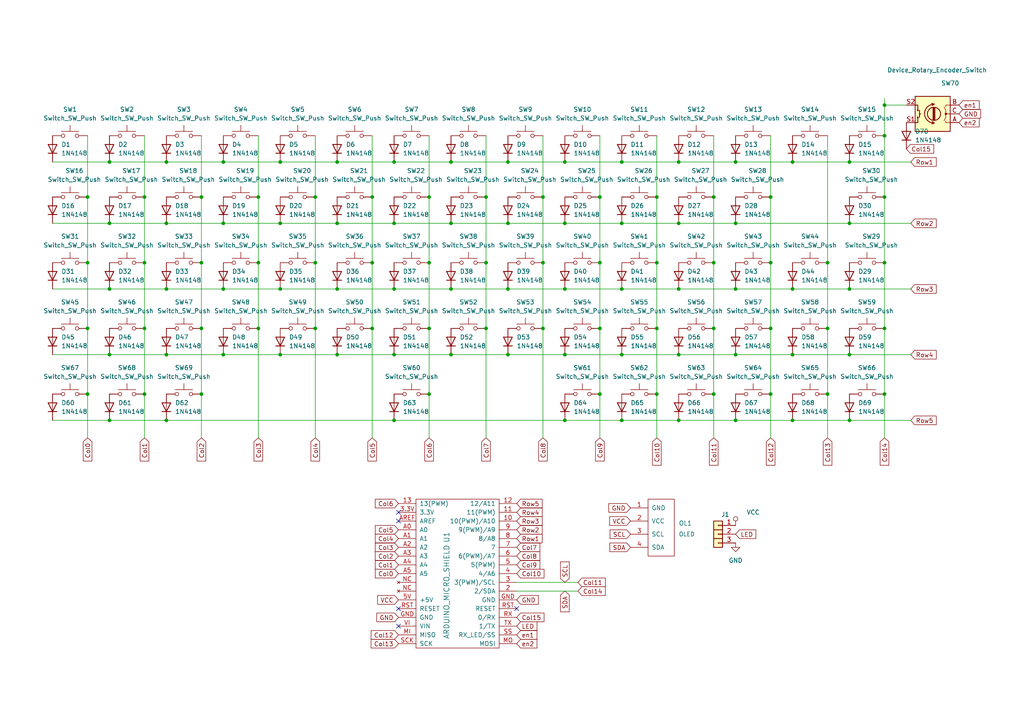
<source format=kicad_sch>
(kicad_sch (version 20211123) (generator eeschema)
  (paper "A4")
  (junction (at 30.48 -71.12))
  (junction (at 190.5 95.25))
  (junction (at 64.77 64.77))
  (junction (at 140.97 95.25))
  (junction (at 107.95 95.25))
  (junction (at 0 -71.12))
  (junction (at 198.12 -43.18))
  (junction (at 25.4 57.15))
  (junction (at 196.85 121.92))
  (junction (at 190.5 57.15))
  (junction (at 147.32 46.99))
  (junction (at 228.6 -71.12))
  (junction (at 182.88 -27.94))
  (junction (at 124.46 76.2))
  (junction (at 124.46 95.25))
  (junction (at 64.77 102.87))
  (junction (at 229.87 102.87))
  (junction (at 45.72 -43.18))
  (junction (at 25.4 76.2))
  (junction (at 48.26 83.82))
  (junction (at 114.3 121.92))
  (junction (at 106.68 -86.36))
  (junction (at 246.38 102.87))
  (junction (at 91.44 -64.77))
  (junction (at 274.32 -21.59))
  (junction (at 163.83 83.82))
  (junction (at 107.95 76.2))
  (junction (at 213.36 83.82))
  (junction (at 256.54 39.37))
  (junction (at 246.38 83.82))
  (junction (at 31.75 83.82))
  (junction (at 274.32 -27.94))
  (junction (at 304.8 -64.77))
  (junction (at 114.3 102.87))
  (junction (at 240.03 114.3))
  (junction (at 60.96 -27.94))
  (junction (at 243.84 -64.77))
  (junction (at 48.26 121.92))
  (junction (at 157.48 76.2))
  (junction (at 137.16 -71.12))
  (junction (at 243.84 -86.36))
  (junction (at 0 -64.77))
  (junction (at 274.32 -64.77))
  (junction (at 45.72 -27.94))
  (junction (at 167.64 -43.18))
  (junction (at 60.96 -86.36))
  (junction (at 180.34 102.87))
  (junction (at 25.4 114.3))
  (junction (at 240.03 76.2))
  (junction (at 229.87 83.82))
  (junction (at 167.64 -64.77))
  (junction (at 289.56 -71.12))
  (junction (at 121.92 -86.36))
  (junction (at 182.88 -49.53))
  (junction (at 91.44 -49.53))
  (junction (at 157.48 57.15))
  (junction (at 74.93 95.25))
  (junction (at 15.24 -86.36))
  (junction (at 304.8 -43.18))
  (junction (at 15.24 -71.12))
  (junction (at 289.56 -21.59))
  (junction (at 31.75 64.77))
  (junction (at 41.91 57.15))
  (junction (at 228.6 -49.53))
  (junction (at 289.56 -86.36))
  (junction (at 97.79 102.87))
  (junction (at 147.32 64.77))
  (junction (at 121.92 -71.12))
  (junction (at 167.64 -27.94))
  (junction (at 45.72 -49.53))
  (junction (at 198.12 -49.53))
  (junction (at 213.36 46.99))
  (junction (at 137.16 -49.53))
  (junction (at 106.68 -43.18))
  (junction (at 152.4 -71.12))
  (junction (at 196.85 83.82))
  (junction (at 137.16 -27.94))
  (junction (at 137.16 -86.36))
  (junction (at 259.08 -6.35))
  (junction (at 180.34 83.82))
  (junction (at 114.3 46.99))
  (junction (at 243.84 -49.53))
  (junction (at 91.44 -71.12))
  (junction (at 256.54 114.3))
  (junction (at 60.96 -64.77))
  (junction (at 76.2 -64.77))
  (junction (at 74.93 76.2))
  (junction (at 30.48 -43.18))
  (junction (at 229.87 121.92))
  (junction (at 213.36 -71.12))
  (junction (at 163.83 102.87))
  (junction (at 31.75 46.99))
  (junction (at 289.56 -49.53))
  (junction (at 289.56 -27.94))
  (junction (at 64.77 46.99))
  (junction (at 25.4 95.25))
  (junction (at 173.99 95.25))
  (junction (at 256.54 76.2))
  (junction (at 45.72 -86.36))
  (junction (at 259.08 -71.12))
  (junction (at 289.56 -6.35))
  (junction (at 196.85 46.99))
  (junction (at 228.6 -27.94))
  (junction (at 304.8 -49.53))
  (junction (at 163.83 64.77))
  (junction (at 229.87 46.99))
  (junction (at 304.8 -21.59))
  (junction (at 60.96 -43.18))
  (junction (at 58.42 57.15))
  (junction (at 167.64 -86.36))
  (junction (at 130.81 64.77))
  (junction (at 259.08 -86.36))
  (junction (at 41.91 95.25))
  (junction (at 196.85 102.87))
  (junction (at 15.24 -64.77))
  (junction (at 259.08 -21.59))
  (junction (at 130.81 83.82))
  (junction (at 240.03 95.25))
  (junction (at 91.44 -43.18))
  (junction (at 157.48 95.25))
  (junction (at 0 -86.36))
  (junction (at 41.91 76.2))
  (junction (at 140.97 57.15))
  (junction (at 274.32 -71.12))
  (junction (at 137.16 -64.77))
  (junction (at 60.96 -49.53))
  (junction (at 259.08 -27.94))
  (junction (at 196.85 64.77))
  (junction (at 228.6 -86.36))
  (junction (at 180.34 121.92))
  (junction (at 207.01 76.2))
  (junction (at 15.24 -27.94))
  (junction (at 15.24 -49.53))
  (junction (at 213.36 -27.94))
  (junction (at 121.92 -27.94))
  (junction (at 152.4 -49.53))
  (junction (at 274.32 -43.18))
  (junction (at 213.36 -43.18))
  (junction (at 182.88 -86.36))
  (junction (at 198.12 -71.12))
  (junction (at 121.92 -43.18))
  (junction (at 190.5 76.2))
  (junction (at 304.8 -27.94))
  (junction (at 74.93 57.15))
  (junction (at 106.68 -27.94))
  (junction (at 213.36 -86.36))
  (junction (at 163.83 46.99))
  (junction (at 114.3 83.82))
  (junction (at 15.24 -43.18))
  (junction (at 137.16 -43.18))
  (junction (at 107.95 57.15))
  (junction (at 259.08 -43.18))
  (junction (at 97.79 83.82))
  (junction (at 91.44 95.25))
  (junction (at 228.6 -64.77))
  (junction (at 58.42 95.25))
  (junction (at 274.32 -6.35))
  (junction (at 198.12 -27.94))
  (junction (at 213.36 -49.53))
  (junction (at 60.96 -71.12))
  (junction (at 207.01 114.3))
  (junction (at 180.34 64.77))
  (junction (at 207.01 95.25))
  (junction (at 256.54 30.48))
  (junction (at 246.38 64.77))
  (junction (at 304.8 -86.36))
  (junction (at 163.83 121.92))
  (junction (at 198.12 -64.77))
  (junction (at 246.38 121.92))
  (junction (at 140.97 76.2))
  (junction (at 91.44 76.2))
  (junction (at 223.52 76.2))
  (junction (at 97.79 46.99))
  (junction (at 182.88 -71.12))
  (junction (at 30.48 -49.53))
  (junction (at 81.28 46.99))
  (junction (at 182.88 -64.77))
  (junction (at 152.4 -86.36))
  (junction (at 246.38 46.99))
  (junction (at 259.08 -49.53))
  (junction (at 243.84 -71.12))
  (junction (at 147.32 83.82))
  (junction (at 259.08 -64.77))
  (junction (at 152.4 -64.77))
  (junction (at 114.3 64.77))
  (junction (at 76.2 -43.18))
  (junction (at 58.42 114.3))
  (junction (at 289.56 -64.77))
  (junction (at 81.28 83.82))
  (junction (at 76.2 -71.12))
  (junction (at 76.2 -27.94))
  (junction (at 30.48 -86.36))
  (junction (at 152.4 -27.94))
  (junction (at 76.2 -86.36))
  (junction (at 173.99 114.3))
  (junction (at 173.99 76.2))
  (junction (at 48.26 46.99))
  (junction (at 106.68 -49.53))
  (junction (at 213.36 121.92))
  (junction (at 81.28 64.77))
  (junction (at 243.84 -21.59))
  (junction (at 243.84 -27.94))
  (junction (at 48.26 64.77))
  (junction (at 207.01 57.15))
  (junction (at 130.81 102.87))
  (junction (at 41.91 114.3))
  (junction (at 106.68 -71.12))
  (junction (at 130.81 46.99))
  (junction (at 48.26 102.87))
  (junction (at 124.46 57.15))
  (junction (at 30.48 -64.77))
  (junction (at 173.99 57.15))
  (junction (at 213.36 64.77))
  (junction (at 223.52 95.25))
  (junction (at 45.72 -64.77))
  (junction (at 167.64 -49.53))
  (junction (at 76.2 -49.53))
  (junction (at 198.12 -86.36))
  (junction (at 190.5 114.3))
  (junction (at 152.4 -43.18))
  (junction (at 180.34 46.99))
  (junction (at 243.84 -6.35))
  (junction (at 31.75 121.92))
  (junction (at 147.32 102.87))
  (junction (at 91.44 57.15))
  (junction (at 31.75 102.87))
  (junction (at 30.48 -27.94))
  (junction (at 223.52 114.3))
  (junction (at 45.72 -71.12))
  (junction (at 91.44 -86.36))
  (junction (at 228.6 -43.18))
  (junction (at 289.56 -43.18))
  (junction (at 256.54 95.25))
  (junction (at 304.8 -71.12))
  (junction (at 182.88 -43.18))
  (junction (at 274.32 -49.53))
  (junction (at 97.79 64.77))
  (junction (at 223.52 57.15))
  (junction (at 121.92 -49.53))
  (junction (at 213.36 102.87))
  (junction (at 274.32 -86.36))
  (junction (at 124.46 114.3))
  (junction (at 213.36 -64.77))
  (junction (at 58.42 76.2))
  (junction (at 81.28 102.87))
  (junction (at 256.54 57.15))
  (junction (at 167.64 -71.12))
  (junction (at 91.44 -27.94))
  (junction (at 64.77 83.82))
  (junction (at 304.8 -6.35))
  (junction (at 243.84 -43.18))
  (junction (at 106.68 -64.77))
  (junction (at 121.92 -64.77))
  (no_connect (at 115.57 176.53))
  (no_connect (at 115.57 181.61))
  (no_connect (at 115.57 148.59))
  (no_connect (at 115.57 151.13))
  (no_connect (at 149.86 176.53))
  (wire (pts (xy 58.42 57.15) (xy 58.42 76.2)))
  (wire (pts (xy 152.4 -43.18) (xy 167.64 -43.18)))
  (wire (pts (xy 140.97 76.2) (xy 140.97 95.25)))
  (wire (pts (xy 246.38 121.92) (xy 264.16 121.92)))
  (wire (pts (xy 81.28 102.87) (xy 97.79 102.87)))
  (wire (pts (xy 48.26 64.77) (xy 64.77 64.77)))
  (wire (pts (xy 60.96 -64.77) (xy 76.2 -64.77)))
  (wire (pts (xy 121.92 -27.94) (xy 137.16 -27.94)))
  (wire (pts (xy 304.8 -64.77) (xy 317.5 -64.77)))
  (wire (pts (xy 196.85 64.77) (xy 213.36 64.77)))
  (wire (pts (xy 41.91 95.25) (xy 41.91 114.3)))
  (wire (pts (xy 163.83 102.87) (xy 180.34 102.87)))
  (wire (pts (xy 121.92 -86.36) (xy 137.16 -86.36)))
  (wire (pts (xy 91.44 -86.36) (xy 106.68 -86.36)))
  (wire (pts (xy 48.26 102.87) (xy 64.77 102.87)))
  (wire (pts (xy 137.16 -27.94) (xy 152.4 -27.94)))
  (wire (pts (xy 152.4 -49.53) (xy 167.64 -49.53)))
  (wire (pts (xy 130.81 102.87) (xy 147.32 102.87)))
  (wire (pts (xy 228.6 -64.77) (xy 243.84 -64.77)))
  (wire (pts (xy 58.42 114.3) (xy 58.42 127)))
  (wire (pts (xy 15.24 -71.12) (xy 30.48 -71.12)))
  (wire (pts (xy 223.52 39.37) (xy 223.52 57.15)))
  (wire (pts (xy 274.32 -86.36) (xy 289.56 -86.36)))
  (wire (pts (xy 289.56 -21.59) (xy 304.8 -21.59)))
  (wire (pts (xy 60.96 -27.94) (xy 76.2 -27.94)))
  (wire (pts (xy 91.44 -27.94) (xy 106.68 -27.94)))
  (wire (pts (xy 91.44 -71.12) (xy 106.68 -71.12)))
  (wire (pts (xy 41.91 76.2) (xy 41.91 95.25)))
  (wire (pts (xy 289.56 -86.36) (xy 304.8 -86.36)))
  (wire (pts (xy 81.28 64.77) (xy 97.79 64.77)))
  (wire (pts (xy 167.64 171.45) (xy 149.86 171.45)))
  (wire (pts (xy 229.87 46.99) (xy 246.38 46.99)))
  (wire (pts (xy 163.83 46.99) (xy 180.34 46.99)))
  (wire (pts (xy 74.93 57.15) (xy 74.93 76.2)))
  (wire (pts (xy 114.3 121.92) (xy 163.83 121.92)))
  (wire (pts (xy 259.08 -86.36) (xy 274.32 -86.36)))
  (wire (pts (xy -7.62 -57.15) (xy -12.7 -57.15)))
  (wire (pts (xy 173.99 114.3) (xy 173.99 127)))
  (wire (pts (xy 25.4 114.3) (xy 25.4 127)))
  (wire (pts (xy 76.2 -86.36) (xy 91.44 -86.36)))
  (wire (pts (xy 213.36 102.87) (xy 229.87 102.87)))
  (wire (pts (xy 180.34 121.92) (xy 196.85 121.92)))
  (wire (pts (xy 213.36 83.82) (xy 229.87 83.82)))
  (wire (pts (xy 320.04 -57.15) (xy 312.42 -57.15)))
  (wire (pts (xy 223.52 76.2) (xy 223.52 95.25)))
  (wire (pts (xy 246.38 102.87) (xy 264.16 102.87)))
  (wire (pts (xy 243.84 -71.12) (xy 259.08 -71.12)))
  (wire (pts (xy 259.08 -6.35) (xy 274.32 -6.35)))
  (wire (pts (xy 124.46 114.3) (xy 124.46 127)))
  (wire (pts (xy 304.8 -27.94) (xy 317.5 -27.94)))
  (wire (pts (xy 25.4 57.15) (xy 25.4 76.2)))
  (wire (pts (xy 243.84 -86.36) (xy 259.08 -86.36)))
  (wire (pts (xy 323.85 -35.56) (xy 323.85 -13.97)))
  (wire (pts (xy 25.4 39.37) (xy 25.4 57.15)))
  (wire (pts (xy 320.04 -78.74) (xy 320.04 -57.15)))
  (wire (pts (xy 213.36 64.77) (xy 246.38 64.77)))
  (wire (pts (xy 228.6 -6.35) (xy 243.84 -6.35)))
  (wire (pts (xy 228.6 -21.59) (xy 243.84 -21.59)))
  (wire (pts (xy 213.36 -64.77) (xy 228.6 -64.77)))
  (wire (pts (xy 228.6 -49.53) (xy 243.84 -49.53)))
  (wire (pts (xy 167.64 168.91) (xy 149.86 168.91)))
  (wire (pts (xy 48.26 83.82) (xy 64.77 83.82)))
  (wire (pts (xy 48.26 121.92) (xy 114.3 121.92)))
  (wire (pts (xy 259.08 -27.94) (xy 274.32 -27.94)))
  (wire (pts (xy 60.96 -43.18) (xy 76.2 -43.18)))
  (wire (pts (xy 81.28 83.82) (xy 97.79 83.82)))
  (wire (pts (xy 243.84 -21.59) (xy 259.08 -21.59)))
  (wire (pts (xy 91.44 -43.18) (xy 106.68 -43.18)))
  (wire (pts (xy 256.54 76.2) (xy 256.54 95.25)))
  (wire (pts (xy 198.12 -86.36) (xy 213.36 -86.36)))
  (wire (pts (xy 223.52 57.15) (xy 223.52 76.2)))
  (wire (pts (xy 45.72 -27.94) (xy 60.96 -27.94)))
  (wire (pts (xy 45.72 -49.53) (xy 60.96 -49.53)))
  (wire (pts (xy 15.24 83.82) (xy 31.75 83.82)))
  (wire (pts (xy 58.42 95.25) (xy 58.42 114.3)))
  (wire (pts (xy 124.46 76.2) (xy 124.46 95.25)))
  (wire (pts (xy 106.68 -43.18) (xy 121.92 -43.18)))
  (wire (pts (xy 198.12 -27.94) (xy 213.36 -27.94)))
  (wire (pts (xy 107.95 95.25) (xy 107.95 127)))
  (wire (pts (xy 60.96 -71.12) (xy 76.2 -71.12)))
  (wire (pts (xy 256.54 114.3) (xy 256.54 127)))
  (wire (pts (xy 213.36 -43.18) (xy 228.6 -43.18)))
  (wire (pts (xy 246.38 64.77) (xy 264.16 64.77)))
  (wire (pts (xy 243.84 -43.18) (xy 259.08 -43.18)))
  (wire (pts (xy 15.24 -27.94) (xy 30.48 -27.94)))
  (wire (pts (xy 0 -64.77) (xy 15.24 -64.77)))
  (wire (pts (xy 30.48 -64.77) (xy 45.72 -64.77)))
  (wire (pts (xy 45.72 -71.12) (xy 60.96 -71.12)))
  (wire (pts (xy 41.91 57.15) (xy 41.91 76.2)))
  (wire (pts (xy 106.68 -27.94) (xy 121.92 -27.94)))
  (wire (pts (xy 167.64 -71.12) (xy 182.88 -71.12)))
  (wire (pts (xy 106.68 -49.53) (xy 121.92 -49.53)))
  (wire (pts (xy 25.4 95.25) (xy 25.4 114.3)))
  (wire (pts (xy 74.93 76.2) (xy 74.93 95.25)))
  (wire (pts (xy 196.85 83.82) (xy 213.36 83.82)))
  (wire (pts (xy 207.01 114.3) (xy 207.01 127)))
  (wire (pts (xy 74.93 95.25) (xy 74.93 127)))
  (wire (pts (xy 289.56 -64.77) (xy 304.8 -64.77)))
  (wire (pts (xy 163.83 64.77) (xy 180.34 64.77)))
  (wire (pts (xy 196.85 102.87) (xy 213.36 102.87)))
  (wire (pts (xy 15.24 64.77) (xy 31.75 64.77)))
  (wire (pts (xy 137.16 -49.53) (xy 152.4 -49.53)))
  (wire (pts (xy 76.2 -64.77) (xy 91.44 -64.77)))
  (wire (pts (xy 15.24 -49.53) (xy 30.48 -49.53)))
  (wire (pts (xy 91.44 57.15) (xy 91.44 76.2)))
  (wire (pts (xy 64.77 102.87) (xy 81.28 102.87)))
  (wire (pts (xy 190.5 114.3) (xy 190.5 127)))
  (wire (pts (xy 228.6 -27.94) (xy 243.84 -27.94)))
  (wire (pts (xy 198.12 -64.77) (xy 213.36 -64.77)))
  (wire (pts (xy 64.77 46.99) (xy 81.28 46.99)))
  (wire (pts (xy 147.32 102.87) (xy 163.83 102.87)))
  (wire (pts (xy 256.54 30.48) (xy 256.54 39.37)))
  (wire (pts (xy 190.5 76.2) (xy 190.5 95.25)))
  (wire (pts (xy 240.03 95.25) (xy 240.03 114.3)))
  (wire (pts (xy 76.2 -43.18) (xy 91.44 -43.18)))
  (wire (pts (xy 31.75 83.82) (xy 48.26 83.82)))
  (wire (pts (xy 137.16 -86.36) (xy 152.4 -86.36)))
  (wire (pts (xy 198.12 -71.12) (xy 213.36 -71.12)))
  (wire (pts (xy 274.32 -21.59) (xy 289.56 -21.59)))
  (wire (pts (xy 289.56 -6.35) (xy 304.8 -6.35)))
  (wire (pts (xy 130.81 83.82) (xy 147.32 83.82)))
  (wire (pts (xy 30.48 -27.94) (xy 45.72 -27.94)))
  (wire (pts (xy 31.75 121.92) (xy 48.26 121.92)))
  (wire (pts (xy 180.34 46.99) (xy 196.85 46.99)))
  (wire (pts (xy 246.38 83.82) (xy 264.16 83.82)))
  (wire (pts (xy 304.8 -71.12) (xy 317.5 -71.12)))
  (wire (pts (xy 137.16 -71.12) (xy 152.4 -71.12)))
  (wire (pts (xy 114.3 83.82) (xy 130.81 83.82)))
  (wire (pts (xy 64.77 83.82) (xy 81.28 83.82)))
  (wire (pts (xy 256.54 57.15) (xy 256.54 76.2)))
  (wire (pts (xy 180.34 83.82) (xy 196.85 83.82)))
  (wire (pts (xy 213.36 -27.94) (xy 228.6 -27.94)))
  (wire (pts (xy 196.85 46.99) (xy 213.36 46.99)))
  (wire (pts (xy 213.36 121.92) (xy 229.87 121.92)))
  (wire (pts (xy 182.88 -49.53) (xy 198.12 -49.53)))
  (wire (pts (xy 15.24 -86.36) (xy 30.48 -86.36)))
  (wire (pts (xy 0 -43.18) (xy 15.24 -43.18)))
  (wire (pts (xy 97.79 102.87) (xy 114.3 102.87)))
  (wire (pts (xy 30.48 -49.53) (xy 45.72 -49.53)))
  (wire (pts (xy 167.64 -64.77) (xy 182.88 -64.77)))
  (wire (pts (xy 157.48 95.25) (xy 157.48 127)))
  (wire (pts (xy 140.97 57.15) (xy 140.97 76.2)))
  (wire (pts (xy 0 -64.77) (xy -10.16 -64.77)))
  (wire (pts (xy 41.91 114.3) (xy 41.91 127)))
  (wire (pts (xy 182.88 -71.12) (xy 198.12 -71.12)))
  (wire (pts (xy 228.6 -71.12) (xy 243.84 -71.12)))
  (wire (pts (xy 48.26 46.99) (xy 64.77 46.99)))
  (wire (pts (xy 228.6 -43.18) (xy 243.84 -43.18)))
  (wire (pts (xy 106.68 -64.77) (xy 121.92 -64.77)))
  (wire (pts (xy 91.44 39.37) (xy 91.44 57.15)))
  (wire (pts (xy 31.75 64.77) (xy 48.26 64.77)))
  (wire (pts (xy 130.81 64.77) (xy 147.32 64.77)))
  (wire (pts (xy 274.32 -27.94) (xy 289.56 -27.94)))
  (wire (pts (xy 180.34 102.87) (xy 196.85 102.87)))
  (wire (pts (xy 76.2 -49.53) (xy 91.44 -49.53)))
  (wire (pts (xy 173.99 39.37) (xy 173.99 57.15)))
  (wire (pts (xy 30.48 -43.18) (xy 45.72 -43.18)))
  (wire (pts (xy 140.97 39.37) (xy 140.97 57.15)))
  (wire (pts (xy 147.32 83.82) (xy 163.83 83.82)))
  (wire (pts (xy 256.54 30.48) (xy 262.89 30.48)))
  (wire (pts (xy 190.5 95.25) (xy 190.5 114.3)))
  (wire (pts (xy 259.08 -21.59) (xy 274.32 -21.59)))
  (wire (pts (xy 124.46 95.25) (xy 124.46 114.3)))
  (wire (pts (xy 81.28 46.99) (xy 97.79 46.99)))
  (wire (pts (xy 289.56 -49.53) (xy 304.8 -49.53)))
  (wire (pts (xy 0 -86.36) (xy 15.24 -86.36)))
  (wire (pts (xy 274.32 -49.53) (xy 289.56 -49.53)))
  (wire (pts (xy 31.75 102.87) (xy 48.26 102.87)))
  (wire (pts (xy 76.2 -71.12) (xy 91.44 -71.12)))
  (wire (pts (xy 97.79 64.77) (xy 114.3 64.77)))
  (wire (pts (xy 289.56 -27.94) (xy 304.8 -27.94)))
  (wire (pts (xy 173.99 95.25) (xy 173.99 114.3)))
  (wire (pts (xy 15.24 -43.18) (xy 30.48 -43.18)))
  (wire (pts (xy 163.83 83.82) (xy 180.34 83.82)))
  (wire (pts (xy 167.64 -43.18) (xy 182.88 -43.18)))
  (wire (pts (xy 182.88 -86.36) (xy 198.12 -86.36)))
  (wire (pts (xy 97.79 46.99) (xy 114.3 46.99)))
  (wire (pts (xy 240.03 39.37) (xy 240.03 76.2)))
  (wire (pts (xy 274.32 -64.77) (xy 289.56 -64.77)))
  (wire (pts (xy 229.87 83.82) (xy 246.38 83.82)))
  (wire (pts (xy 173.99 57.15) (xy 173.99 76.2)))
  (wire (pts (xy 304.8 -43.18) (xy 317.5 -43.18)))
  (wire (pts (xy 167.64 -27.94) (xy 182.88 -27.94)))
  (wire (pts (xy 312.42 -78.74) (xy 320.04 -78.74)))
  (wire (pts (xy 114.3 102.87) (xy 130.81 102.87)))
  (wire (pts (xy 240.03 76.2) (xy 240.03 95.25)))
  (wire (pts (xy 60.96 -49.53) (xy 76.2 -49.53)))
  (wire (pts (xy 259.08 -49.53) (xy 274.32 -49.53)))
  (wire (pts (xy 121.92 -71.12) (xy 137.16 -71.12)))
  (wire (pts (xy 259.08 -43.18) (xy 274.32 -43.18)))
  (wire (pts (xy -13.335 -71.12) (xy 0 -71.12)))
  (wire (pts (xy 152.4 -64.77) (xy 167.64 -64.77)))
  (wire (pts (xy 15.24 46.99) (xy 31.75 46.99)))
  (wire (pts (xy 91.44 -64.77) (xy 106.68 -64.77)))
  (wire (pts (xy 121.92 -43.18) (xy 137.16 -43.18)))
  (wire (pts (xy 58.42 76.2) (xy 58.42 95.25)))
  (wire (pts (xy 196.85 121.92) (xy 213.36 121.92)))
  (wire (pts (xy 76.2 -27.94) (xy 91.44 -27.94)))
  (wire (pts (xy 64.77 64.77) (xy 81.28 64.77)))
  (wire (pts (xy 304.8 -6.35) (xy 317.5 -6.35)))
  (wire (pts (xy 304.8 -86.36) (xy 321.31 -86.36)))
  (wire (pts (xy 182.88 -64.77) (xy 198.12 -64.77)))
  (wire (pts (xy 91.44 76.2) (xy 91.44 95.25)))
  (wire (pts (xy 107.95 76.2) (xy 107.95 95.25)))
  (wire (pts (xy 106.68 -71.12) (xy 121.92 -71.12)))
  (wire (pts (xy 190.5 39.37) (xy 190.5 57.15)))
  (wire (pts (xy 157.48 76.2) (xy 157.48 95.25)))
  (wire (pts (xy 182.88 -43.18) (xy 198.12 -43.18)))
  (wire (pts (xy 41.91 39.37) (xy 41.91 57.15)))
  (wire (pts (xy 207.01 39.37) (xy 207.01 57.15)))
  (wire (pts (xy 274.32 -43.18) (xy 289.56 -43.18)))
  (wire (pts (xy 256.54 28.575) (xy 256.54 30.48)))
  (wire (pts (xy 163.83 121.92) (xy 180.34 121.92)))
  (wire (pts (xy 147.32 46.99) (xy 163.83 46.99)))
  (wire (pts (xy 25.4 76.2) (xy 25.4 95.25)))
  (wire (pts (xy 323.85 -13.97) (xy 312.42 -13.97)))
  (wire (pts (xy 107.95 39.37) (xy 107.95 57.15)))
  (wire (pts (xy 228.6 -86.36) (xy 243.84 -86.36)))
  (wire (pts (xy 91.44 -49.53) (xy 106.68 -49.53)))
  (wire (pts (xy 147.32 64.77) (xy 163.83 64.77)))
  (wire (pts (xy 121.92 -49.53) (xy 137.16 -49.53)))
  (wire (pts (xy -12.7 -35.56) (xy -7.62 -35.56)))
  (wire (pts (xy 152.4 -71.12) (xy 167.64 -71.12)))
  (wire (pts (xy 0 -49.53) (xy 15.24 -49.53)))
  (wire (pts (xy 182.88 -27.94) (xy 198.12 -27.94)))
  (wire (pts (xy -13.335 -86.36) (xy 0 -86.36)))
  (wire (pts (xy 30.48 -86.36) (xy 45.72 -86.36)))
  (wire (pts (xy 274.32 -6.35) (xy 289.56 -6.35)))
  (wire (pts (xy 190.5 57.15) (xy 190.5 76.2)))
  (wire (pts (xy 130.81 46.99) (xy 147.32 46.99)))
  (wire (pts (xy 152.4 -86.36) (xy 167.64 -86.36)))
  (wire (pts (xy 312.42 -35.56) (xy 323.85 -35.56)))
  (wire (pts (xy 207.01 76.2) (xy 207.01 95.25)))
  (wire (pts (xy 137.16 -43.18) (xy 152.4 -43.18)))
  (wire (pts (xy 31.75 46.99) (xy 48.26 46.99)))
  (wire (pts (xy 121.92 -64.77) (xy 137.16 -64.77)))
  (wire (pts (xy 259.08 -64.77) (xy 274.32 -64.77)))
  (wire (pts (xy 74.93 39.37) (xy 74.93 57.15)))
  (wire (pts (xy 289.56 -43.18) (xy 304.8 -43.18)))
  (wire (pts (xy 107.95 57.15) (xy 107.95 76.2)))
  (wire (pts (xy 229.87 102.87) (xy 246.38 102.87)))
  (wire (pts (xy 223.52 114.3) (xy 223.52 127)))
  (wire (pts (xy 30.48 -71.12) (xy 45.72 -71.12)))
  (wire (pts (xy 15.24 102.87) (xy 31.75 102.87)))
  (wire (pts (xy 15.24 -64.77) (xy 30.48 -64.77)))
  (wire (pts (xy 304.8 -49.53) (xy 321.31 -49.53)))
  (wire (pts (xy 0 -71.12) (xy 15.24 -71.12)))
  (wire (pts (xy 274.32 -71.12) (xy 289.56 -71.12)))
  (wire (pts (xy 229.87 121.92) (xy 246.38 121.92)))
  (wire (pts (xy 243.84 -64.77) (xy 259.08 -64.77)))
  (wire (pts (xy 106.68 -86.36) (xy 121.92 -86.36)))
  (wire (pts (xy 157.48 57.15) (xy 157.48 76.2)))
  (wire (pts (xy 91.44 95.25) (xy 91.44 127)))
  (wire (pts (xy 97.79 83.82) (xy 114.3 83.82)))
  (wire (pts (xy 240.03 114.3) (xy 240.03 127)))
  (wire (pts (xy 213.36 -49.53) (xy 228.6 -49.53)))
  (wire (pts (xy 137.16 -64.77) (xy 152.4 -64.77)))
  (wire (pts (xy 45.72 -86.36) (xy 60.96 -86.36)))
  (wire (pts (xy 256.54 95.25) (xy 256.54 114.3)))
  (wire (pts (xy 243.84 -49.53) (xy 259.08 -49.53)))
  (wire (pts (xy 45.72 -43.18) (xy 60.96 -43.18)))
  (wire (pts (xy 213.36 -71.12) (xy 228.6 -71.12)))
  (wire (pts (xy 213.36 -86.36) (xy 228.6 -86.36)))
  (wire (pts (xy 207.01 95.25) (xy 207.01 114.3)))
  (wire (pts (xy 124.46 39.37) (xy 124.46 57.15)))
  (wire (pts (xy 259.08 -71.12) (xy 274.32 -71.12)))
  (wire (pts (xy 124.46 57.15) (xy 124.46 76.2)))
  (wire (pts (xy 58.42 39.37) (xy 58.42 57.15)))
  (wire (pts (xy 60.96 -86.36) (xy 76.2 -86.36)))
  (wire (pts (xy 45.72 -64.77) (xy 60.96 -64.77)))
  (wire (pts (xy 243.84 -6.35) (xy 259.08 -6.35)))
  (wire (pts (xy 140.97 95.25) (xy 140.97 127)))
  (wire (pts (xy 198.12 -49.53) (xy 213.36 -49.53)))
  (wire (pts (xy 167.64 -49.53) (xy 182.88 -49.53)))
  (wire (pts (xy 114.3 64.77) (xy 130.81 64.77)))
  (wire (pts (xy 243.84 -27.94) (xy 259.08 -27.94)))
  (wire (pts (xy 289.56 -71.12) (xy 304.8 -71.12)))
  (wire (pts (xy 114.3 46.99) (xy 130.81 46.99)))
  (wire (pts (xy 198.12 -43.18) (xy 213.36 -43.18)))
  (wire (pts (xy 246.38 46.99) (xy 264.16 46.99)))
  (wire (pts (xy 223.52 95.25) (xy 223.52 114.3)))
  (wire (pts (xy 256.54 39.37) (xy 256.54 57.15)))
  (wire (pts (xy 173.99 76.2) (xy 173.99 95.25)))
  (wire (pts (xy 207.01 57.15) (xy 207.01 76.2)))
  (wire (pts (xy 15.24 121.92) (xy 31.75 121.92)))
  (wire (pts (xy 0 -27.94) (xy 15.24 -27.94)))
  (wire (pts (xy 157.48 39.37) (xy 157.48 57.15)))
  (wire (pts (xy 167.64 -86.36) (xy 182.88 -86.36)))
  (wire (pts (xy 213.36 46.99) (xy 229.87 46.99)))
  (wire (pts (xy 180.34 64.77) (xy 196.85 64.77)))
  (wire (pts (xy 304.8 -21.59) (xy 317.5 -21.59)))
  (wire (pts (xy -12.7 -57.15) (xy -12.7 -35.56)))
  (wire (pts (xy 152.4 -27.94) (xy 167.64 -27.94)))
  (global_label "en1" (shape input) (at 278.13 30.48 0) (property "Intersheet References" "${INTERSHEET_REFS}" (effects hide)))
  (global_label "GND" (shape input) (at 115.57 179.07 180) (property "Intersheet References" "${INTERSHEET_REFS}" (effects hide)))
  (global_label "Col1" (shape input) (at 115.57 163.83 180) (property "Intersheet References" "${INTERSHEET_REFS}" (effects hide)))
  (global_label "Row2" (shape input) (at 264.16 64.77 0) (property "Intersheet References" "${INTERSHEET_REFS}" (effects hide)))
  (global_label "Row1" (shape input) (at 264.16 46.99 0) (property "Intersheet References" "${INTERSHEET_REFS}" (effects hide)))
  (global_label "Row3" (shape input) (at 149.86 151.13 0) (property "Intersheet References" "${INTERSHEET_REFS}" (effects hide)))
  (global_label "Row4" (shape input) (at 264.16 102.87 0) (property "Intersheet References" "${INTERSHEET_REFS}" (effects hide)))
  (global_label "Col12" (shape input) (at 115.57 184.15 180) (property "Intersheet References" "${INTERSHEET_REFS}" (effects hide)))
  (global_label "Col3" (shape input) (at 115.57 158.75 180) (property "Intersheet References" "${INTERSHEET_REFS}" (effects hide)))
  (global_label "Col4" (shape input) (at 91.44 127 270) (property "Intersheet References" "${INTERSHEET_REFS}" (effects hide)))
  (global_label "Row1" (shape input) (at 149.86 156.21 0) (property "Intersheet References" "${INTERSHEET_REFS}" (effects hide)))
  (global_label "Col7" (shape input) (at 149.86 158.75 0) (property "Intersheet References" "${INTERSHEET_REFS}" (effects hide)))
  (global_label "Col10" (shape input) (at 149.86 166.37 0) (property "Intersheet References" "${INTERSHEET_REFS}" (effects hide)))
  (global_label "Col8" (shape input) (at 157.48 127 270) (property "Intersheet References" "${INTERSHEET_REFS}" (effects hide)))
  (global_label "Col7" (shape input) (at 140.97 127 270) (property "Intersheet References" "${INTERSHEET_REFS}" (effects hide)))
  (global_label "GND" (shape input) (at 149.86 173.99 0) (property "Intersheet References" "${INTERSHEET_REFS}" (effects hide)))
  (global_label "LED" (shape input) (at 149.86 181.61 0) (property "Intersheet References" "${INTERSHEET_REFS}" (effects hide)))
  (global_label "LED" (shape input) (at 213.36 154.94 0) (property "Intersheet References" "${INTERSHEET_REFS}" (effects hide)))
  (global_label "Col8" (shape input) (at 149.86 161.29 0) (property "Intersheet References" "${INTERSHEET_REFS}" (effects hide)))
  (global_label "Col14" (shape input) (at 167.64 171.45 0) (property "Intersheet References" "${INTERSHEET_REFS}" (effects hide)))
  (global_label "en2" (shape input) (at 149.86 186.69 0) (property "Intersheet References" "${INTERSHEET_REFS}" (effects hide)))
  (global_label "Col9" (shape input) (at 173.99 127 270) (property "Intersheet References" "${INTERSHEET_REFS}" (effects hide)))
  (global_label "Row5" (shape input) (at 149.86 146.05 0) (property "Intersheet References" "${INTERSHEET_REFS}" (effects hide)))
  (global_label "Col1" (shape input) (at 41.91 127 270) (property "Intersheet References" "${INTERSHEET_REFS}" (effects hide)))
  (global_label "Col13" (shape input) (at 240.03 127 270) (property "Intersheet References" "${INTERSHEET_REFS}" (effects hide)))
  (global_label "Col4" (shape input) (at 115.57 156.21 180) (property "Intersheet References" "${INTERSHEET_REFS}" (effects hide)))
  (global_label "Row2" (shape input) (at 149.86 153.67 0) (property "Intersheet References" "${INTERSHEET_REFS}" (effects hide)))
  (global_label "Col11" (shape input) (at 207.01 127 270) (property "Intersheet References" "${INTERSHEET_REFS}" (effects hide)))
  (global_label "Col5" (shape input) (at 115.57 153.67 180) (property "Intersheet References" "${INTERSHEET_REFS}" (effects hide)))
  (global_label "Col9" (shape input) (at 149.86 163.83 0) (property "Intersheet References" "${INTERSHEET_REFS}" (effects hide)))
  (global_label "Col2" (shape input) (at 115.57 161.29 180) (property "Intersheet References" "${INTERSHEET_REFS}" (effects hide)))
  (global_label "Col11" (shape input) (at 167.64 168.91 0) (property "Intersheet References" "${INTERSHEET_REFS}" (effects hide)))
  (global_label "Col5" (shape input) (at 107.95 127 270) (property "Intersheet References" "${INTERSHEET_REFS}" (effects hide)))
  (global_label "Col3" (shape input) (at 74.93 127 270) (property "Intersheet References" "${INTERSHEET_REFS}" (effects hide)))
  (global_label "SDA" (shape input) (at 182.88 158.75 180) (property "Intersheet References" "${INTERSHEET_REFS}" (effects hide)))
  (global_label "Col6" (shape input) (at 124.46 127 270) (property "Intersheet References" "${INTERSHEET_REFS}" (effects hide)))
  (global_label "en2" (shape input) (at 278.13 35.56 0) (property "Intersheet References" "${INTERSHEET_REFS}" (effects hide)))
  (global_label "Row3" (shape input) (at 264.16 83.82 0) (property "Intersheet References" "${INTERSHEET_REFS}" (effects hide)))
  (global_label "Col10" (shape input) (at 190.5 127 270) (property "Intersheet References" "${INTERSHEET_REFS}" (effects hide)))
  (global_label "Col13" (shape input) (at 115.57 186.69 180) (property "Intersheet References" "${INTERSHEET_REFS}" (effects hide)))
  (global_label "Col12" (shape input) (at 223.52 127 270) (property "Intersheet References" "${INTERSHEET_REFS}" (effects hide)))
  (global_label "Col15" (shape input) (at 262.89 43.18 0) (property "Intersheet References" "${INTERSHEET_REFS}" (effects hide)))
  (global_label "SCL" (shape input) (at 163.83 168.91 90) (property "Intersheet References" "${INTERSHEET_REFS}" (effects hide)))
  (global_label "Col6" (shape input) (at 115.57 146.05 180) (property "Intersheet References" "${INTERSHEET_REFS}" (effects hide)))
  (global_label "Col2" (shape input) (at 58.42 127 270) (property "Intersheet References" "${INTERSHEET_REFS}" (effects hide)))
  (global_label "Col14" (shape input) (at 256.54 127 270) (property "Intersheet References" "${INTERSHEET_REFS}" (effects hide)))
  (global_label "GND" (shape input) (at 278.13 33.02 0) (property "Intersheet References" "${INTERSHEET_REFS}" (effects hide)))
  (global_label "LED" (shape input) (at -7.62 -78.74 180) (property "Intersheet References" "${INTERSHEET_REFS}" (effects hide)))
  (global_label "Col15" (shape input) (at 149.86 179.07 0) (property "Intersheet References" "${INTERSHEET_REFS}" (effects hide)))
  (global_label "Col0" (shape input) (at 115.57 166.37 180) (property "Intersheet References" "${INTERSHEET_REFS}" (effects hide)))
  (global_label "Col0" (shape input) (at 25.4 127 270) (property "Intersheet References" "${INTERSHEET_REFS}" (effects hide)))
  (global_label "Row4" (shape input) (at 149.86 148.59 0) (property "Intersheet References" "${INTERSHEET_REFS}" (effects hide)))
  (global_label "GND" (shape input) (at 182.88 147.32 180) (property "Intersheet References" "${INTERSHEET_REFS}" (effects hide)))
  (global_label "Row5" (shape input) (at 264.16 121.92 0) (property "Intersheet References" "${INTERSHEET_REFS}" (effects hide)))
  (global_label "SCL" (shape input) (at 182.88 154.94 180) (property "Intersheet References" "${INTERSHEET_REFS}" (effects hide)))
  (global_label "SDA" (shape input) (at 163.83 171.45 270) (property "Intersheet References" "${INTERSHEET_REFS}" (effects hide)))
  (global_label "VCC" (shape input) (at 115.57 173.99 180) (property "Intersheet References" "${INTERSHEET_REFS}" (effects hide)))
  (global_label "VCC" (shape input) (at 182.88 151.13 180) (property "Intersheet References" "${INTERSHEET_REFS}" (effects hide)))
  (global_label "en1" (shape input) (at 149.86 184.15 0) (property "Intersheet References" "${INTERSHEET_REFS}" (effects hide)))
  (symbol (lib_id "Meca8:Switch_SW_Push") (at 53.34 39.37 0) (unit 1)
    (property "Reference" "SW3" (at 53.34 31.75 0))
    (property "Value" "Switch_SW_Push" (at 53.34 34.29 0))
    (property "Footprint" "Meca:CherryMX_Hotswap" (effects hide))
  )
  (symbol (lib_id "Meca8:Switch_SW_Push") (at 234.95 114.3 0) (unit 1)
    (property "Reference" "SW65" (at 234.95 106.68 0))
    (property "Value" "Switch_SW_Push" (at 234.95 109.22 0))
    (property "Footprint" "Meca:CherryMX_Hotswap" (effects hide))
  )
  (symbol (lib_id "Meca1:YS-SK6812MINI-E") (at 198.12 -35.56 180) (unit 1)
    (property "Reference" "LED56" (at 201.93 -29.21 0) (effects (font (size 0.7366 0.7366))))
    (property "Value" "YS-SK6812MINI-E" (at 191.77 -29.21 0) (effects (font (size 0.7366 0.7366))))
    (property "Footprint" "Meca:YS-SK6812MINI-E_2" (effects hide))
  )
  (symbol (lib_id "Meca8:Switch_SW_Push") (at 201.93 95.25 0) (unit 1)
    (property "Reference" "SW56" (at 201.93 87.63 0))
    (property "Value" "Switch_SW_Push" (at 201.93 90.17 0))
    (property "Footprint" "Meca:CherryMX_Hotswap" (effects hide))
  )
  (symbol (lib_id "Meca1:YS-SK6812MINI-E") (at 0 -35.56 180) (unit 1)
    (property "Reference" "LED43" (at 3.81 -29.21 0) (effects (font (size 0.7366 0.7366))))
    (property "Value" "YS-SK6812MINI-E" (at -6.35 -29.21 0) (effects (font (size 0.7366 0.7366))))
    (property "Footprint" "Meca:YS-SK6812MINI-E_2" (effects hide))
  )
  (symbol (lib_id "Meca1:YS-SK6812MINI-E") (at 152.4 -78.74 0) (mirror y) (unit 1)
    (property "Reference" "LED13" (at 156.21 -85.09 0) (effects (font (size 0.7366 0.7366))))
    (property "Value" "YS-SK6812MINI-E" (at 146.05 -85.09 0) (effects (font (size 0.7366 0.7366))))
    (property "Footprint" "Meca:YS-SK6812MINI-E_2" (effects hide))
  )
  (symbol (lib_id "Meca8:Switch_SW_Push") (at 218.44 114.3 0) (unit 1)
    (property "Reference" "SW64" (at 218.44 106.68 0))
    (property "Value" "Switch_SW_Push" (at 218.44 109.22 0))
    (property "Footprint" "Meca:CherryMX_Hotswap" (effects hide))
  )
  (symbol (lib_id "Meca8:Switch_SW_Push") (at 201.93 76.2 0) (unit 1)
    (property "Reference" "SW42" (at 201.93 68.58 0))
    (property "Value" "Switch_SW_Push" (at 201.93 71.12 0))
    (property "Footprint" "Meca:CherryMX_Hotswap" (effects hide))
  )
  (symbol (lib_id "Meca1:YS-SK6812MINI-E") (at 243.84 -35.56 180) (unit 1)
    (property "Reference" "LED59" (at 247.65 -29.21 0) (effects (font (size 0.7366 0.7366))))
    (property "Value" "YS-SK6812MINI-E" (at 237.49 -29.21 0) (effects (font (size 0.7366 0.7366))))
    (property "Footprint" "Meca:YS-SK6812MINI-E_2" (effects hide))
  )
  (symbol (lib_id "Meca8:Switch_SW_Push") (at 234.95 95.25 0) (unit 1)
    (property "Reference" "SW58" (at 234.95 87.63 0))
    (property "Value" "Switch_SW_Push" (at 234.95 90.17 0))
    (property "Footprint" "Meca:CherryMX_Hotswap" (effects hide))
  )
  (symbol (lib_id "Diode:1N4148") (at 64.77 60.96 90) (unit 1)
    (property "Reference" "D19" (at 67.31 59.6899 90) (effects (justify right)))
    (property "Value" "1N4148" (at 67.31 62.2299 90) (effects (justify right)))
    (property "Footprint" "Meca:Diode_Long" (effects hide))
    (property "Datasheet" "https://assets.nexperia.com/documents/data-sheet/1N4148_1N4448.pdf" (effects hide))
  )
  (symbol (lib_id "Meca8:power_VCC") (at 317.5 -27.94 0) (unit 1)
    (property "Reference" "#PWR0108" (effects hide))
    (property "Value" "power_VCC" (at 317.5 -32.385 0))
  )
  (symbol (lib_id "Diode:1N4148") (at 31.75 60.96 90) (unit 1)
    (property "Reference" "D17" (at 34.29 59.6899 90) (effects (justify right)))
    (property "Value" "1N4148" (at 34.29 62.2299 90) (effects (justify right)))
    (property "Footprint" "Meca:Diode_Long" (effects hide))
    (property "Datasheet" "https://assets.nexperia.com/documents/data-sheet/1N4148_1N4448.pdf" (effects hide))
  )
  (symbol (lib_id "Meca8:Switch_SW_Push") (at 86.36 39.37 0) (unit 1)
    (property "Reference" "SW5" (at 86.36 31.75 0))
    (property "Value" "Switch_SW_Push" (at 86.36 34.29 0))
    (property "Footprint" "Meca:CherryMX_Hotswap" (effects hide))
  )
  (symbol (lib_id "Meca1:YS-SK6812MINI-E") (at 121.92 -35.56 180) (unit 1)
    (property "Reference" "LED51" (at 125.73 -29.21 0) (effects (font (size 0.7366 0.7366))))
    (property "Value" "YS-SK6812MINI-E" (at 115.57 -29.21 0) (effects (font (size 0.7366 0.7366))))
    (property "Footprint" "Meca:YS-SK6812MINI-E_2" (effects hide))
  )
  (symbol (lib_id "Diode:1N4148") (at 81.28 60.96 90) (unit 1)
    (property "Reference" "D20" (at 83.82 59.6899 90) (effects (justify right)))
    (property "Value" "1N4148" (at 83.82 62.2299 90) (effects (justify right)))
    (property "Footprint" "Meca:Diode_Long" (effects hide))
    (property "Datasheet" "https://assets.nexperia.com/documents/data-sheet/1N4148_1N4448.pdf" (effects hide))
  )
  (symbol (lib_id "Meca8:Switch_SW_Push") (at 135.89 76.2 0) (unit 1)
    (property "Reference" "SW38" (at 135.89 68.58 0))
    (property "Value" "Switch_SW_Push" (at 135.89 71.12 0))
    (property "Footprint" "Meca:CherryMX_Hotswap" (effects hide))
  )
  (symbol (lib_id "Diode:1N4148") (at 48.26 99.06 90) (unit 1)
    (property "Reference" "D47" (at 50.8 97.7899 90) (effects (justify right)))
    (property "Value" "1N4148" (at 50.8 100.3299 90) (effects (justify right)))
    (property "Footprint" "Meca:Diode_Long" (effects hide))
    (property "Datasheet" "https://assets.nexperia.com/documents/data-sheet/1N4148_1N4448.pdf" (effects hide))
  )
  (symbol (lib_id "Meca1:YS-SK6812MINI-E") (at 243.84 -78.74 0) (mirror y) (unit 1)
    (property "Reference" "LED18" (at 247.65 -85.09 0) (effects (font (size 0.7366 0.7366))))
    (property "Value" "YS-SK6812MINI-E" (at 237.49 -85.09 0) (effects (font (size 0.7366 0.7366))))
    (property "Footprint" "Meca:YS-SK6812MINI-E_2" (effects hide))
  )
  (symbol (lib_id "Meca1:YS-SK6812MINI-E") (at 60.96 -57.15 0) (mirror x) (unit 1)
    (property "Reference" "LED38" (at 57.15 -50.8 0) (effects (font (size 0.7366 0.7366))))
    (property "Value" "YS-SK6812MINI-E" (at 67.31 -50.8 0) (effects (font (size 0.7366 0.7366))))
    (property "Footprint" "Meca:YS-SK6812MINI-E_2" (effects hide))
  )
  (symbol (lib_id "Meca8:Switch_SW_Push") (at 201.93 114.3 0) (unit 1)
    (property "Reference" "SW63" (at 201.93 106.68 0))
    (property "Value" "Switch_SW_Push" (at 201.93 109.22 0))
    (property "Footprint" "Meca:CherryMX_Hotswap" (effects hide))
  )
  (symbol (lib_id "Meca8:Switch_SW_Push") (at 119.38 39.37 0) (unit 1)
    (property "Reference" "SW7" (at 119.38 31.75 0))
    (property "Value" "Switch_SW_Push" (at 119.38 34.29 0))
    (property "Footprint" "Meca:CherryMX_Hotswap" (effects hide))
  )
  (symbol (lib_id "Diode:1N4148") (at 246.38 60.96 90) (unit 1)
    (property "Reference" "D30" (at 248.92 59.6899 90) (effects (justify right)))
    (property "Value" "1N4148" (at 248.92 62.2299 90) (effects (justify right)))
    (property "Footprint" "Meca:Diode_Long" (effects hide))
    (property "Datasheet" "https://assets.nexperia.com/documents/data-sheet/1N4148_1N4448.pdf" (effects hide))
  )
  (symbol (lib_id "Diode:1N4148") (at 163.83 99.06 90) (unit 1)
    (property "Reference" "D54" (at 166.37 97.7899 90) (effects (justify right)))
    (property "Value" "1N4148" (at 166.37 100.3299 90) (effects (justify right)))
    (property "Footprint" "Meca:Diode_Long" (effects hide))
    (property "Datasheet" "https://assets.nexperia.com/documents/data-sheet/1N4148_1N4448.pdf" (effects hide))
  )
  (symbol (lib_id "Diode:1N4148") (at 229.87 118.11 90) (unit 1)
    (property "Reference" "D68" (at 232.41 116.8399 90) (effects (justify right)))
    (property "Value" "1N4148" (at 232.41 119.3799 90) (effects (justify right)))
    (property "Footprint" "Meca:Diode_Long" (effects hide))
    (property "Datasheet" "https://assets.nexperia.com/documents/data-sheet/1N4148_1N4448.pdf" (effects hide))
  )
  (symbol (lib_id "Meca1:YS-SK6812MINI-E") (at 167.64 -57.15 0) (mirror x) (unit 1)
    (property "Reference" "LED31" (at 163.83 -50.8 0) (effects (font (size 0.7366 0.7366))))
    (property "Value" "YS-SK6812MINI-E" (at 173.99 -50.8 0) (effects (font (size 0.7366 0.7366))))
    (property "Footprint" "Meca:YS-SK6812MINI-E_2" (effects hide))
  )
  (symbol (lib_id "Diode:1N4148") (at 15.24 99.06 90) (unit 1)
    (property "Reference" "D45" (at 17.78 97.7899 90) (effects (justify right)))
    (property "Value" "1N4148" (at 17.78 100.3299 90) (effects (justify right)))
    (property "Footprint" "Meca:Diode_Long" (effects hide))
    (property "Datasheet" "https://assets.nexperia.com/documents/data-sheet/1N4148_1N4448.pdf" (effects hide))
  )
  (symbol (lib_id "Meca1:YS-SK6812MINI-E") (at 213.36 -78.74 0) (mirror y) (unit 1)
    (property "Reference" "LED9" (at 217.17 -85.09 0) (effects (font (size 0.7366 0.7366))))
    (property "Value" "YS-SK6812MINI-E" (at 207.01 -85.09 0) (effects (font (size 0.7366 0.7366))))
    (property "Footprint" "Meca:YS-SK6812MINI-E_2" (effects hide))
  )
  (symbol (lib_id "Meca1:YS-SK6812MINI-E") (at 259.08 -13.97 0) (mirror x) (unit 1)
    (property "Reference" "LED62" (at 255.27 -7.62 0) (effects (font (size 0.7366 0.7366))))
    (property "Value" "YS-SK6812MINI-E" (at 265.43 -7.62 0) (effects (font (size 0.7366 0.7366))))
    (property "Footprint" "Meca:YS-SK6812MINI-E_2" (effects hide))
  )
  (symbol (lib_id "Meca8:Switch_SW_Push") (at 20.32 95.25 0) (unit 1)
    (property "Reference" "SW45" (at 20.32 87.63 0))
    (property "Value" "Switch_SW_Push" (at 20.32 90.17 0))
    (property "Footprint" "Meca:CherryMX_Hotswap" (effects hide))
  )
  (symbol (lib_id "Meca1:YS-SK6812MINI-E") (at 30.48 -57.15 0) (mirror x) (unit 1)
    (property "Reference" "LED40" (at 26.67 -50.8 0) (effects (font (size 0.7366 0.7366))))
    (property "Value" "YS-SK6812MINI-E" (at 36.83 -50.8 0) (effects (font (size 0.7366 0.7366))))
    (property "Footprint" "Meca:YS-SK6812MINI-E_2" (effects hide))
  )
  (symbol (lib_id "Meca1:YS-SK6812MINI-E") (at 304.8 -35.56 180) (unit 1)
    (property "Reference" "LED66" (at 308.61 -29.21 0) (effects (font (size 0.7366 0.7366))))
    (property "Value" "YS-SK6812MINI-E" (at 298.45 -29.21 0) (effects (font (size 0.7366 0.7366))))
    (property "Footprint" "Meca:YS-SK6812MINI-E_2" (effects hide))
  )
  (symbol (lib_id "Meca1:YS-SK6812MINI-E") (at 259.08 -78.74 0) (mirror y) (unit 1)
    (property "Reference" "LED19" (at 262.89 -85.09 0) (effects (font (size 0.7366 0.7366))))
    (property "Value" "YS-SK6812MINI-E" (at 252.73 -85.09 0) (effects (font (size 0.7366 0.7366))))
    (property "Footprint" "Meca:YS-SK6812MINI-E_2" (effects hide))
  )
  (symbol (lib_id "Meca8:Switch_SW_Push") (at 69.85 95.25 0) (unit 1)
    (property "Reference" "SW48" (at 69.85 87.63 0))
    (property "Value" "Switch_SW_Push" (at 69.85 90.17 0))
    (property "Footprint" "Meca:CherryMX_Hotswap" (effects hide))
  )
  (symbol (lib_id "Meca1:YS-SK6812MINI-E") (at 198.12 -78.74 0) (mirror y) (unit 1)
    (property "Reference" "LED10" (at 201.93 -85.09 0) (effects (font (size 0.7366 0.7366))))
    (property "Value" "YS-SK6812MINI-E" (at 191.77 -85.09 0) (effects (font (size 0.7366 0.7366))))
    (property "Footprint" "Meca:YS-SK6812MINI-E_2" (effects hide))
  )
  (symbol (lib_id "Diode:1N4148") (at 130.81 80.01 90) (unit 1)
    (property "Reference" "D38" (at 133.35 78.7399 90) (effects (justify right)))
    (property "Value" "1N4148" (at 133.35 81.2799 90) (effects (justify right)))
    (property "Footprint" "Meca:Diode_Long" (effects hide))
    (property "Datasheet" "https://assets.nexperia.com/documents/data-sheet/1N4148_1N4448.pdf" (effects hide))
  )
  (symbol (lib_id "Diode:1N4148") (at 163.83 43.18 90) (unit 1)
    (property "Reference" "D10" (at 166.37 41.9099 90) (effects (justify right)))
    (property "Value" "1N4148" (at 166.37 44.4499 90) (effects (justify right)))
    (property "Footprint" "Meca:Diode_Long" (effects hide))
    (property "Datasheet" "https://assets.nexperia.com/documents/data-sheet/1N4148_1N4448.pdf" (effects hide))
  )
  (symbol (lib_id "Meca8:Switch_SW_Push") (at 102.87 76.2 0) (unit 1)
    (property "Reference" "SW36" (at 102.87 68.58 0))
    (property "Value" "Switch_SW_Push" (at 102.87 71.12 0))
    (property "Footprint" "Meca:CherryMX_Hotswap" (effects hide))
  )
  (symbol (lib_id "Diode:1N4148") (at 229.87 80.01 90) (unit 1)
    (property "Reference" "D44" (at 232.41 78.7399 90) (effects (justify right)))
    (property "Value" "1N4148" (at 232.41 81.2799 90) (effects (justify right)))
    (property "Footprint" "Meca:Diode_Long" (effects hide))
    (property "Datasheet" "https://assets.nexperia.com/documents/data-sheet/1N4148_1N4448.pdf" (effects hide))
  )
  (symbol (lib_id "Diode:1N4148") (at 48.26 80.01 90) (unit 1)
    (property "Reference" "D33" (at 50.8 78.7399 90) (effects (justify right)))
    (property "Value" "1N4148" (at 50.8 81.2799 90) (effects (justify right)))
    (property "Footprint" "Meca:Diode_Long" (effects hide))
    (property "Datasheet" "https://assets.nexperia.com/documents/data-sheet/1N4148_1N4448.pdf" (effects hide))
  )
  (symbol (lib_id "Meca8:Switch_SW_Push") (at 53.34 114.3 0) (unit 1)
    (property "Reference" "SW69" (at 53.34 106.68 0))
    (property "Value" "Switch_SW_Push" (at 53.34 109.22 0))
    (property "Footprint" "Meca:CherryMX_Hotswap" (effects hide))
  )
  (symbol (lib_id "Meca8:Switch_SW_Push") (at 36.83 76.2 0) (unit 1)
    (property "Reference" "SW32" (at 36.83 68.58 0))
    (property "Value" "Switch_SW_Push" (at 36.83 71.12 0))
    (property "Footprint" "Meca:CherryMX_Hotswap" (effects hide))
  )
  (symbol (lib_id "mech7:Lily58-rescue_LED-Lily58-cache") (at 208.28 154.94 0) (unit 1)
    (property "Reference" "J1" (at 210.3628 149.225 0))
    (property "Value" "LED" (effects hide))
    (property "Footprint" "Meca:StripLED_1side" (effects hide))
  )
  (symbol (lib_id "Meca1:YS-SK6812MINI-E") (at 76.2 -57.15 0) (mirror x) (unit 1)
    (property "Reference" "LED37" (at 72.39 -50.8 0) (effects (font (size 0.7366 0.7366))))
    (property "Value" "YS-SK6812MINI-E" (at 82.55 -50.8 0) (effects (font (size 0.7366 0.7366))))
    (property "Footprint" "Meca:YS-SK6812MINI-E_2" (effects hide))
  )
  (symbol (lib_id "Meca8:power_VCC") (at 317.5 -6.35 0) (unit 1)
    (property "Reference" "#PWR0107" (effects hide))
    (property "Value" "power_VCC" (at 317.5 -10.795 0))
  )
  (symbol (lib_id "Meca8:Switch_SW_Push") (at 86.36 95.25 0) (unit 1)
    (property "Reference" "SW49" (at 86.36 87.63 0))
    (property "Value" "Switch_SW_Push" (at 86.36 90.17 0))
    (property "Footprint" "Meca:CherryMX_Hotswap" (effects hide))
  )
  (symbol (lib_id "Meca8:Switch_SW_Push") (at 185.42 39.37 0) (unit 1)
    (property "Reference" "SW11" (at 185.42 31.75 0))
    (property "Value" "Switch_SW_Push" (at 185.42 34.29 0))
    (property "Footprint" "Meca:CherryMX_Hotswap" (effects hide))
  )
  (symbol (lib_id "Diode:1N4148") (at 163.83 60.96 90) (unit 1)
    (property "Reference" "D25" (at 166.37 59.6899 90) (effects (justify right)))
    (property "Value" "1N4148" (at 166.37 62.2299 90) (effects (justify right)))
    (property "Footprint" "Meca:Diode_Long" (effects hide))
    (property "Datasheet" "https://assets.nexperia.com/documents/data-sheet/1N4148_1N4448.pdf" (effects hide))
  )
  (symbol (lib_id "Meca1:YS-SK6812MINI-E") (at 91.44 -35.56 180) (unit 1)
    (property "Reference" "LED49" (at 95.25 -29.21 0) (effects (font (size 0.7366 0.7366))))
    (property "Value" "YS-SK6812MINI-E" (at 85.09 -29.21 0) (effects (font (size 0.7366 0.7366))))
    (property "Footprint" "Meca:YS-SK6812MINI-E_2" (effects hide))
  )
  (symbol (lib_id "Diode:1N4148") (at 196.85 118.11 90) (unit 1)
    (property "Reference" "D66" (at 199.39 116.8399 90) (effects (justify right)))
    (property "Value" "1N4148" (at 199.39 119.3799 90) (effects (justify right)))
    (property "Footprint" "Meca:Diode_Long" (effects hide))
    (property "Datasheet" "https://assets.nexperia.com/documents/data-sheet/1N4148_1N4448.pdf" (effects hide))
  )
  (symbol (lib_id "Diode:1N4148") (at 114.3 99.06 90) (unit 1)
    (property "Reference" "D51" (at 116.84 97.7899 90) (effects (justify right)))
    (property "Value" "1N4148" (at 116.84 100.3299 90) (effects (justify right)))
    (property "Footprint" "Meca:Diode_Long" (effects hide))
    (property "Datasheet" "https://assets.nexperia.com/documents/data-sheet/1N4148_1N4448.pdf" (effects hide))
  )
  (symbol (lib_id "Meca1:YS-SK6812MINI-E") (at 198.12 -57.15 0) (mirror x) (unit 1)
    (property "Reference" "LED30" (at 194.31 -50.8 0) (effects (font (size 0.7366 0.7366))))
    (property "Value" "YS-SK6812MINI-E" (at 204.47 -50.8 0) (effects (font (size 0.7366 0.7366))))
    (property "Footprint" "Meca:YS-SK6812MINI-E_2" (effects hide))
  )
  (symbol (lib_id "Meca1:YS-SK6812MINI-E") (at 228.6 -35.56 180) (unit 1)
    (property "Reference" "LED58" (at 232.41 -29.21 0) (effects (font (size 0.7366 0.7366))))
    (property "Value" "YS-SK6812MINI-E" (at 222.25 -29.21 0) (effects (font (size 0.7366 0.7366))))
    (property "Footprint" "Meca:YS-SK6812MINI-E_2" (effects hide))
  )
  (symbol (lib_id "Diode:1N4148") (at 81.28 80.01 90) (unit 1)
    (property "Reference" "D35" (at 83.82 78.7399 90) (effects (justify right)))
    (property "Value" "1N4148" (at 83.82 81.2799 90) (effects (justify right)))
    (property "Footprint" "Meca:Diode_Long" (effects hide))
    (property "Datasheet" "https://assets.nexperia.com/documents/data-sheet/1N4148_1N4448.pdf" (effects hide))
  )
  (symbol (lib_id "Meca1:YS-SK6812MINI-E") (at 228.6 -13.97 0) (mirror x) (unit 1)
    (property "Reference" "LED60" (at 224.79 -7.62 0) (effects (font (size 0.7366 0.7366))))
    (property "Value" "YS-SK6812MINI-E" (at 234.95 -7.62 0) (effects (font (size 0.7366 0.7366))))
    (property "Footprint" "Meca:YS-SK6812MINI-E_2" (effects hide))
  )
  (symbol (lib_id "Meca8:Switch_SW_Push") (at 234.95 76.2 0) (unit 1)
    (property "Reference" "SW44" (at 234.95 68.58 0))
    (property "Value" "Switch_SW_Push" (at 234.95 71.12 0))
    (property "Footprint" "Meca:CherryMX_Hotswap" (effects hide))
  )
  (symbol (lib_id "Meca8:Switch_SW_Push") (at 102.87 39.37 0) (unit 1)
    (property "Reference" "SW6" (at 102.87 31.75 0))
    (property "Value" "Switch_SW_Push" (at 102.87 34.29 0))
    (property "Footprint" "Meca:CherryMX_Hotswap" (effects hide))
  )
  (symbol (lib_id "Meca1:YS-SK6812MINI-E") (at 152.4 -35.56 180) (unit 1)
    (property "Reference" "LED53" (at 156.21 -29.21 0) (effects (font (size 0.7366 0.7366))))
    (property "Value" "YS-SK6812MINI-E" (at 146.05 -29.21 0) (effects (font (size 0.7366 0.7366))))
    (property "Footprint" "Meca:YS-SK6812MINI-E_2" (effects hide))
  )
  (symbol (lib_id "Meca8:Switch_SW_Push") (at 102.87 95.25 0) (unit 1)
    (property "Reference" "SW50" (at 102.87 87.63 0))
    (property "Value" "Switch_SW_Push" (at 102.87 90.17 0))
    (property "Footprint" "Meca:CherryMX_Hotswap" (effects hide))
  )
  (symbol (lib_id "Diode:1N4148") (at 180.34 80.01 90) (unit 1)
    (property "Reference" "D41" (at 182.88 78.7399 90) (effects (justify right)))
    (property "Value" "1N4148" (at 182.88 81.2799 90) (effects (justify right)))
    (property "Footprint" "Meca:Diode_Long" (effects hide))
    (property "Datasheet" "https://assets.nexperia.com/documents/data-sheet/1N4148_1N4448.pdf" (effects hide))
  )
  (symbol (lib_id "Meca8:Switch_SW_Push") (at 185.42 95.25 0) (unit 1)
    (property "Reference" "SW55" (at 185.42 87.63 0))
    (property "Value" "Switch_SW_Push" (at 185.42 90.17 0))
    (property "Footprint" "Meca:CherryMX_Hotswap" (effects hide))
  )
  (symbol (lib_id "Meca8:Switch_SW_Push") (at 185.42 57.15 0) (unit 1)
    (property "Reference" "SW26" (at 186.69 49.53 0))
    (property "Value" "Switch_SW_Push" (at 186.69 52.07 0))
    (property "Footprint" "Meca:CherryMX_Hotswap" (effects hide))
  )
  (symbol (lib_id "Meca8:Switch_SW_Push") (at 36.83 114.3 0) (unit 1)
    (property "Reference" "SW68" (at 36.83 106.68 0))
    (property "Value" "Switch_SW_Push" (at 36.83 109.22 0))
    (property "Footprint" "Meca:CherryMX_Hotswap" (effects hide))
  )
  (symbol (lib_id "Diode:1N4148") (at 147.32 99.06 90) (unit 1)
    (property "Reference" "D53" (at 149.86 97.7899 90) (effects (justify right)))
    (property "Value" "1N4148" (at 149.86 100.3299 90) (effects (justify right)))
    (property "Footprint" "Meca:Diode_Long" (effects hide))
    (property "Datasheet" "https://assets.nexperia.com/documents/data-sheet/1N4148_1N4448.pdf" (effects hide))
  )
  (symbol (lib_id "Diode:1N4148") (at 246.38 43.18 90) (unit 1)
    (property "Reference" "D15" (at 248.92 41.9099 90) (effects (justify right)))
    (property "Value" "1N4148" (at 248.92 44.4499 90) (effects (justify right)))
    (property "Footprint" "Meca:Diode_Long" (effects hide))
    (property "Datasheet" "https://assets.nexperia.com/documents/data-sheet/1N4148_1N4448.pdf" (effects hide))
  )
  (symbol (lib_id "Meca8:Switch_SW_Push") (at 251.46 76.2 0) (unit 1)
    (property "Reference" "SW29" (at 252.73 68.58 0))
    (property "Value" "Switch_SW_Push" (at 252.73 71.12 0))
    (property "Footprint" "Meca:CherryMX_Hotswap" (effects hide))
  )
  (symbol (lib_id "Meca8:Switch_SW_Push") (at 218.44 57.15 0) (unit 1)
    (property "Reference" "SW28" (at 219.71 49.53 0))
    (property "Value" "Switch_SW_Push" (at 219.71 52.07 0))
    (property "Footprint" "Meca:CherryMX_Hotswap" (effects hide))
  )
  (symbol (lib_id "Meca1:YS-SK6812MINI-E") (at 289.56 -57.15 0) (mirror x) (unit 1)
    (property "Reference" "LED24" (at 285.75 -50.8 0) (effects (font (size 0.7366 0.7366))))
    (property "Value" "YS-SK6812MINI-E" (at 295.91 -50.8 0) (effects (font (size 0.7366 0.7366))))
    (property "Footprint" "Meca:YS-SK6812MINI-E_2" (effects hide))
  )
  (symbol (lib_id "Meca1:YS-SK6812MINI-E") (at 0 -57.15 0) (mirror x) (unit 1)
    (property "Reference" "LED42" (at -3.81 -50.8 0) (effects (font (size 0.7366 0.7366))))
    (property "Value" "YS-SK6812MINI-E" (at 6.35 -50.8 0) (effects (font (size 0.7366 0.7366))))
    (property "Footprint" "Meca:YS-SK6812MINI-E_2" (effects hide))
  )
  (symbol (lib_id "Diode:1N4148") (at 130.81 99.06 90) (unit 1)
    (property "Reference" "D52" (at 133.35 97.7899 90) (effects (justify right)))
    (property "Value" "1N4148" (at 133.35 100.3299 90) (effects (justify right)))
    (property "Footprint" "Meca:Diode_Long" (effects hide))
    (property "Datasheet" "https://assets.nexperia.com/documents/data-sheet/1N4148_1N4448.pdf" (effects hide))
  )
  (symbol (lib_id "Meca8:Switch_SW_Push") (at 119.38 76.2 0) (unit 1)
    (property "Reference" "SW37" (at 119.38 68.58 0))
    (property "Value" "Switch_SW_Push" (at 119.38 71.12 0))
    (property "Footprint" "Meca:CherryMX_Hotswap" (effects hide))
  )
  (symbol (lib_id "power:GND") (at 317.5 -43.18 0) (unit 1)
    (property "Reference" "#PWR0102" (effects hide))
    (property "Value" "GND" (at 313.69 -41.91 0))
  )
  (symbol (lib_id "Meca8:Switch_SW_Push") (at 102.87 57.15 0) (unit 1)
    (property "Reference" "SW21" (at 104.14 49.53 0))
    (property "Value" "Switch_SW_Push" (at 104.14 52.07 0))
    (property "Footprint" "Meca:CherryMX_Hotswap" (effects hide))
  )
  (symbol (lib_id "Diode:1N4148") (at 130.81 60.96 90) (unit 1)
    (property "Reference" "D23" (at 133.35 59.6899 90) (effects (justify right)))
    (property "Value" "1N4148" (at 133.35 62.2299 90) (effects (justify right)))
    (property "Footprint" "Meca:Diode_Long" (effects hide))
    (property "Datasheet" "https://assets.nexperia.com/documents/data-sheet/1N4148_1N4448.pdf" (effects hide))
  )
  (symbol (lib_id "Meca8:Switch_SW_Push") (at 218.44 76.2 0) (unit 1)
    (property "Reference" "SW43" (at 218.44 68.58 0))
    (property "Value" "Switch_SW_Push" (at 218.44 71.12 0))
    (property "Footprint" "Meca:CherryMX_Hotswap" (effects hide))
  )
  (symbol (lib_id "Meca8:Switch_SW_Push") (at 152.4 57.15 0) (unit 1)
    (property "Reference" "SW24" (at 153.67 49.53 0))
    (property "Value" "Switch_SW_Push" (at 153.67 52.07 0))
    (property "Footprint" "Meca:CherryMX_Hotswap" (effects hide))
  )
  (symbol (lib_id "Meca8:Switch_SW_Push") (at 53.34 76.2 0) (unit 1)
    (property "Reference" "SW33" (at 53.34 68.58 0))
    (property "Value" "Switch_SW_Push" (at 53.34 71.12 0))
    (property "Footprint" "Meca:CherryMX_Hotswap" (effects hide))
  )
  (symbol (lib_id "Diode:1N4148") (at 213.36 60.96 90) (unit 1)
    (property "Reference" "D28" (at 215.9 59.6899 90) (effects (justify right)))
    (property "Value" "1N4148" (at 215.9 62.2299 90) (effects (justify right)))
    (property "Footprint" "Meca:Diode_Long" (effects hide))
    (property "Datasheet" "https://assets.nexperia.com/documents/data-sheet/1N4148_1N4448.pdf" (effects hide))
  )
  (symbol (lib_id "Meca1:YS-SK6812MINI-E") (at 304.8 -13.97 0) (mirror x) (unit 1)
    (property "Reference" "LED65" (at 300.99 -7.62 0) (effects (font (size 0.7366 0.7366))))
    (property "Value" "YS-SK6812MINI-E" (at 311.15 -7.62 0) (effects (font (size 0.7366 0.7366))))
    (property "Footprint" "Meca:YS-SK6812MINI-E_2" (effects hide))
  )
  (symbol (lib_id "Meca1:YS-SK6812MINI-E") (at 228.6 -57.15 0) (mirror x) (unit 1)
    (property "Reference" "LED28" (at 224.79 -50.8 0) (effects (font (size 0.7366 0.7366))))
    (property "Value" "YS-SK6812MINI-E" (at 234.95 -50.8 0) (effects (font (size 0.7366 0.7366))))
    (property "Footprint" "Meca:YS-SK6812MINI-E_2" (effects hide))
  )
  (symbol (lib_id "Diode:1N4148") (at 246.38 80.01 90) (unit 1)
    (property "Reference" "D29" (at 248.92 78.7399 90) (effects (justify right)))
    (property "Value" "1N4148" (at 248.92 81.2799 90) (effects (justify right)))
    (property "Footprint" "Meca:Diode_Long" (effects hide))
    (property "Datasheet" "https://assets.nexperia.com/documents/data-sheet/1N4148_1N4448.pdf" (effects hide))
  )
  (symbol (lib_id "Meca1:YS-SK6812MINI-E") (at 30.48 -78.74 0) (mirror y) (unit 1)
    (property "Reference" "LED6" (at 34.29 -85.09 0) (effects (font (size 0.7366 0.7366))))
    (property "Value" "YS-SK6812MINI-E" (at 24.13 -85.09 0) (effects (font (size 0.7366 0.7366))))
    (property "Footprint" "Meca:YS-SK6812MINI-E_2" (effects hide))
  )
  (symbol (lib_id "Meca1:YS-SK6812MINI-E") (at 274.32 -13.97 0) (mirror x) (unit 1)
    (property "Reference" "LED63" (at 270.51 -7.62 0) (effects (font (size 0.7366 0.7366))))
    (property "Value" "YS-SK6812MINI-E" (at 280.67 -7.62 0) (effects (font (size 0.7366 0.7366))))
    (property "Footprint" "Meca:YS-SK6812MINI-E_2" (effects hide))
  )
  (symbol (lib_id "Diode:1N4148") (at 130.81 43.18 90) (unit 1)
    (property "Reference" "D8" (at 133.35 41.9099 90) (effects (justify right)))
    (property "Value" "1N4148" (at 133.35 44.4499 90) (effects (justify right)))
    (property "Footprint" "Meca:Diode_Long" (effects hide))
    (property "Datasheet" "https://assets.nexperia.com/documents/data-sheet/1N4148_1N4448.pdf" (effects hide))
  )
  (symbol (lib_id "Meca1:YS-SK6812MINI-E") (at 289.56 -13.97 0) (mirror x) (unit 1)
    (property "Reference" "LED64" (at 285.75 -7.62 0) (effects (font (size 0.7366 0.7366))))
    (property "Value" "YS-SK6812MINI-E" (at 295.91 -7.62 0) (effects (font (size 0.7366 0.7366))))
    (property "Footprint" "Meca:YS-SK6812MINI-E_2" (effects hide))
  )
  (symbol (lib_id "Diode:1N4148") (at 97.79 80.01 90) (unit 1)
    (property "Reference" "D36" (at 100.33 78.7399 90) (effects (justify right)))
    (property "Value" "1N4148" (at 100.33 81.2799 90) (effects (justify right)))
    (property "Footprint" "Meca:Diode_Long" (effects hide))
    (property "Datasheet" "https://assets.nexperia.com/documents/data-sheet/1N4148_1N4448.pdf" (effects hide))
  )
  (symbol (lib_id "Meca1:YS-SK6812MINI-E") (at 213.36 -57.15 0) (mirror x) (unit 1)
    (property "Reference" "LED29" (at 209.55 -50.8 0) (effects (font (size 0.7366 0.7366))))
    (property "Value" "YS-SK6812MINI-E" (at 219.71 -50.8 0) (effects (font (size 0.7366 0.7366))))
    (property "Footprint" "Meca:YS-SK6812MINI-E_2" (effects hide))
  )
  (symbol (lib_id "Diode:1N4148") (at 48.26 118.11 90) (unit 1)
    (property "Reference" "D62" (at 50.8 116.8399 90) (effects (justify right)))
    (property "Value" "1N4148" (at 50.8 119.3799 90) (effects (justify right)))
    (property "Footprint" "Meca:Diode_Long" (effects hide))
    (property "Datasheet" "https://assets.nexperia.com/documents/data-sheet/1N4148_1N4448.pdf" (effects hide))
  )
  (symbol (lib_id "Meca1:YS-SK6812MINI-E") (at 304.8 -57.15 0) (mirror x) (unit 1)
    (property "Reference" "LED23" (at 300.99 -50.8 0) (effects (font (size 0.7366 0.7366))))
    (property "Value" "YS-SK6812MINI-E" (at 311.15 -50.8 0) (effects (font (size 0.7366 0.7366))))
    (property "Footprint" "Meca:YS-SK6812MINI-E_2" (effects hide))
  )
  (symbol (lib_id "Diode:1N4148") (at 31.75 43.18 90) (unit 1)
    (property "Reference" "D2" (at 34.29 41.9099 90) (effects (justify right)))
    (property "Value" "1N4148" (at 34.29 44.4499 90) (effects (justify right)))
    (property "Footprint" "Meca:Diode_Long" (effects hide))
    (property "Datasheet" "https://assets.nexperia.com/documents/data-sheet/1N4148_1N4448.pdf" (effects hide))
  )
  (symbol (lib_id "Meca8:Switch_SW_Push") (at 152.4 76.2 0) (unit 1)
    (property "Reference" "SW39" (at 152.4 68.58 0))
    (property "Value" "Switch_SW_Push" (at 152.4 71.12 0))
    (property "Footprint" "Meca:CherryMX_Hotswap" (effects hide))
  )
  (symbol (lib_id "Meca1:YS-SK6812MINI-E") (at 15.24 -35.56 180) (unit 1)
    (property "Reference" "LED44" (at 19.05 -29.21 0) (effects (font (size 0.7366 0.7366))))
    (property "Value" "YS-SK6812MINI-E" (at 8.89 -29.21 0) (effects (font (size 0.7366 0.7366))))
    (property "Footprint" "Meca:YS-SK6812MINI-E_2" (effects hide))
  )
  (symbol (lib_id "Diode:1N4148") (at 97.79 60.96 90) (unit 1)
    (property "Reference" "D21" (at 100.33 59.6899 90) (effects (justify right)))
    (property "Value" "1N4148" (at 100.33 62.2299 90) (effects (justify right)))
    (property "Footprint" "Meca:Diode_Long" (effects hide))
    (property "Datasheet" "https://assets.nexperia.com/documents/data-sheet/1N4148_1N4448.pdf" (effects hide))
  )
  (symbol (lib_id "Meca8:Switch_SW_Push") (at 201.93 57.15 0) (unit 1)
    (property "Reference" "SW27" (at 203.2 49.53 0))
    (property "Value" "Switch_SW_Push" (at 203.2 52.07 0))
    (property "Footprint" "Meca:CherryMX_Hotswap" (effects hide))
  )
  (symbol (lib_id "Meca1:YS-SK6812MINI-E") (at 243.84 -57.15 0) (mirror x) (unit 1)
    (property "Reference" "LED27" (at 240.03 -50.8 0) (effects (font (size 0.7366 0.7366))))
    (property "Value" "YS-SK6812MINI-E" (at 250.19 -50.8 0) (effects (font (size 0.7366 0.7366))))
    (property "Footprint" "Meca:YS-SK6812MINI-E_2" (effects hide))
  )
  (symbol (lib_id "Meca1:YS-SK6812MINI-E") (at 167.64 -35.56 180) (unit 1)
    (property "Reference" "LED54" (at 171.45 -29.21 0) (effects (font (size 0.7366 0.7366))))
    (property "Value" "YS-SK6812MINI-E" (at 161.29 -29.21 0) (effects (font (size 0.7366 0.7366))))
    (property "Footprint" "Meca:YS-SK6812MINI-E_2" (effects hide))
  )
  (symbol (lib_id "Diode:1N4148") (at 114.3 118.11 90) (unit 1)
    (property "Reference" "D63" (at 116.84 116.8399 90) (effects (justify right)))
    (property "Value" "1N4148" (at 116.84 119.3799 90) (effects (justify right)))
    (property "Footprint" "Meca:Diode_Long" (effects hide))
    (property "Datasheet" "https://assets.nexperia.com/documents/data-sheet/1N4148_1N4448.pdf" (effects hide))
  )
  (symbol (lib_id "Diode:1N4148") (at 246.38 118.11 90) (unit 1)
    (property "Reference" "D69" (at 248.92 116.8399 90) (effects (justify right)))
    (property "Value" "1N4148" (at 248.92 119.3799 90) (effects (justify right)))
    (property "Footprint" "Meca:Diode_Long" (effects hide))
    (property "Datasheet" "https://assets.nexperia.com/documents/data-sheet/1N4148_1N4448.pdf" (effects hide))
  )
  (symbol (lib_id "Meca8:Switch_SW_Push") (at 36.83 39.37 0) (unit 1)
    (property "Reference" "SW2" (at 36.83 31.75 0))
    (property "Value" "Switch_SW_Push" (at 36.83 34.29 0))
    (property "Footprint" "Meca:CherryMX_Hotswap" (effects hide))
  )
  (symbol (lib_id "Meca8:Switch_SW_Push") (at 201.93 39.37 0) (unit 1)
    (property "Reference" "SW12" (at 201.93 31.75 0))
    (property "Value" "Switch_SW_Push" (at 201.93 34.29 0))
    (property "Footprint" "Meca:CherryMX_Hotswap" (effects hide))
  )
  (symbol (lib_id "Meca8:Switch_SW_Push") (at 168.91 95.25 0) (unit 1)
    (property "Reference" "SW54" (at 168.91 87.63 0))
    (property "Value" "Switch_SW_Push" (at 168.91 90.17 0))
    (property "Footprint" "Meca:CherryMX_Hotswap" (effects hide))
  )
  (symbol (lib_id "Meca8:Switch_SW_Push") (at 168.91 57.15 0) (unit 1)
    (property "Reference" "SW25" (at 170.18 49.53 0))
    (property "Value" "Switch_SW_Push" (at 170.18 52.07 0))
    (property "Footprint" "Meca:CherryMX_Hotswap" (effects hide))
  )
  (symbol (lib_id "power:GND") (at 213.36 157.48 0) (unit 1)
    (property "Reference" "#PWR02" (effects hide))
    (property "Value" "GND" (at 213.36 162.56 0))
  )
  (symbol (lib_id "Diode:1N4148") (at 81.28 43.18 90) (unit 1)
    (property "Reference" "D5" (at 83.82 41.9099 90) (effects (justify right)))
    (property "Value" "1N4148" (at 83.82 44.4499 90) (effects (justify right)))
    (property "Footprint" "Meca:Diode_Long" (effects hide))
    (property "Datasheet" "https://assets.nexperia.com/documents/data-sheet/1N4148_1N4448.pdf" (effects hide))
  )
  (symbol (lib_id "Meca1:YS-SK6812MINI-E") (at 45.72 -57.15 0) (mirror x) (unit 1)
    (property "Reference" "LED39" (at 41.91 -50.8 0) (effects (font (size 0.7366 0.7366))))
    (property "Value" "YS-SK6812MINI-E" (at 52.07 -50.8 0) (effects (font (size 0.7366 0.7366))))
    (property "Footprint" "Meca:YS-SK6812MINI-E_2" (effects hide))
  )
  (symbol (lib_id "Meca1:YS-SK6812MINI-E") (at 30.48 -35.56 180) (unit 1)
    (property "Reference" "LED45" (at 34.29 -29.21 0) (effects (font (size 0.7366 0.7366))))
    (property "Value" "YS-SK6812MINI-E" (at 24.13 -29.21 0) (effects (font (size 0.7366 0.7366))))
    (property "Footprint" "Meca:YS-SK6812MINI-E_2" (effects hide))
  )
  (symbol (lib_id "Diode:1N4148") (at 48.26 60.96 90) (unit 1)
    (property "Reference" "D18" (at 50.8 59.6899 90) (effects (justify right)))
    (property "Value" "1N4148" (at 50.8 62.2299 90) (effects (justify right)))
    (property "Footprint" "Meca:Diode_Long" (effects hide))
    (property "Datasheet" "https://assets.nexperia.com/documents/data-sheet/1N4148_1N4448.pdf" (effects hide))
  )
  (symbol (lib_id "Diode:1N4148") (at 180.34 43.18 90) (unit 1)
    (property "Reference" "D11" (at 182.88 41.9099 90) (effects (justify right)))
    (property "Value" "1N4148" (at 182.88 44.4499 90) (effects (justify right)))
    (property "Footprint" "Meca:Diode_Long" (effects hide))
    (property "Datasheet" "https://assets.nexperia.com/documents/data-sheet/1N4148_1N4448.pdf" (effects hide))
  )
  (symbol (lib_id "Meca1:YS-SK6812MINI-E") (at 91.44 -57.15 0) (mirror x) (unit 1)
    (property "Reference" "LED36" (at 87.63 -50.8 0) (effects (font (size 0.7366 0.7366))))
    (property "Value" "YS-SK6812MINI-E" (at 97.79 -50.8 0) (effects (font (size 0.7366 0.7366))))
    (property "Footprint" "Meca:YS-SK6812MINI-E_2" (effects hide))
  )
  (symbol (lib_id "Diode:1N4148") (at 114.3 80.01 90) (unit 1)
    (property "Reference" "D37" (at 116.84 78.7399 90) (effects (justify right)))
    (property "Value" "1N4148" (at 116.84 81.2799 90) (effects (justify right)))
    (property "Footprint" "Meca:Diode_Long" (effects hide))
    (property "Datasheet" "https://assets.nexperia.com/documents/data-sheet/1N4148_1N4448.pdf" (effects hide))
  )
  (symbol (lib_id "Meca8:Switch_SW_Push") (at 119.38 57.15 0) (unit 1)
    (property "Reference" "SW22" (at 120.65 49.53 0))
    (property "Value" "Switch_SW_Push" (at 120.65 52.07 0))
    (property "Footprint" "Meca:CherryMX_Hotswap" (effects hide))
  )
  (symbol (lib_id "Diode:1N4148") (at 64.77 80.01 90) (unit 1)
    (property "Reference" "D34" (at 67.31 78.7399 90) (effects (justify right)))
    (property "Value" "1N4148" (at 67.31 81.2799 90) (effects (justify right)))
    (property "Footprint" "Meca:Diode_Long" (effects hide))
    (property "Datasheet" "https://assets.nexperia.com/documents/data-sheet/1N4148_1N4448.pdf" (effects hide))
  )
  (symbol (lib_id "Meca8:power_VCC") (at 213.36 152.4 0) (unit 1)
    (property "Reference" "#PWR01" (effects hide))
    (property "Value" "power_VCC" (at 218.44 148.59 0))
  )
  (symbol (lib_id "Diode:1N4148") (at 15.24 43.18 90) (unit 1)
    (property "Reference" "D1" (at 17.78 41.9099 90) (effects (justify right)))
    (property "Value" "1N4148" (at 17.78 44.4499 90) (effects (justify right)))
    (property "Footprint" "Meca:Diode_Long" (effects hide))
    (property "Datasheet" "https://assets.nexperia.com/documents/data-sheet/1N4148_1N4448.pdf" (effects hide))
  )
  (symbol (lib_id "Diode:1N4148") (at 180.34 99.06 90) (unit 1)
    (property "Reference" "D55" (at 182.88 97.7899 90) (effects (justify right)))
    (property "Value" "1N4148" (at 182.88 100.3299 90) (effects (justify right)))
    (property "Footprint" "Meca:Diode_Long" (effects hide))
    (property "Datasheet" "https://assets.nexperia.com/documents/data-sheet/1N4148_1N4448.pdf" (effects hide))
  )
  (symbol (lib_id "Meca8:Switch_SW_Push") (at 251.46 39.37 0) (unit 1)
    (property "Reference" "SW15" (at 251.46 31.75 0))
    (property "Value" "Switch_SW_Push" (at 251.46 34.29 0))
    (property "Footprint" "Meca:CherryMX_Hotswap" (effects hide))
  )
  (symbol (lib_id "Meca8:Switch_SW_Push") (at 234.95 39.37 0) (unit 1)
    (property "Reference" "SW14" (at 234.95 31.75 0))
    (property "Value" "Switch_SW_Push" (at 234.95 34.29 0))
    (property "Footprint" "Meca:CherryMX_Hotswap" (effects hide))
  )
  (symbol (lib_id "Meca8:Switch_SW_Push") (at 152.4 95.25 0) (unit 1)
    (property "Reference" "SW53" (at 152.4 87.63 0))
    (property "Value" "Switch_SW_Push" (at 152.4 90.17 0))
    (property "Footprint" "Meca:CherryMX_Hotswap" (effects hide))
  )
  (symbol (lib_id "Meca1:YS-SK6812MINI-E") (at 121.92 -57.15 0) (mirror x) (unit 1)
    (property "Reference" "LED34" (at 118.11 -50.8 0) (effects (font (size 0.7366 0.7366))))
    (property "Value" "YS-SK6812MINI-E" (at 128.27 -50.8 0) (effects (font (size 0.7366 0.7366))))
    (property "Footprint" "Meca:YS-SK6812MINI-E_2" (effects hide))
  )
  (symbol (lib_id "Meca1:YS-SK6812MINI-E") (at 228.6 -78.74 0) (mirror y) (unit 1)
    (property "Reference" "LED17" (at 232.41 -85.09 0) (effects (font (size 0.7366 0.7366))))
    (property "Value" "YS-SK6812MINI-E" (at 222.25 -85.09 0) (effects (font (size 0.7366 0.7366))))
    (property "Footprint" "Meca:YS-SK6812MINI-E_2" (effects hide))
  )
  (symbol (lib_id "Meca1:YS-SK6812MINI-E") (at 259.08 -57.15 0) (mirror x) (unit 1)
    (property "Reference" "LED26" (at 255.27 -50.8 0) (effects (font (size 0.7366 0.7366))))
    (property "Value" "YS-SK6812MINI-E" (at 265.43 -50.8 0) (effects (font (size 0.7366 0.7366))))
    (property "Footprint" "Meca:YS-SK6812MINI-E_2" (effects hide))
  )
  (symbol (lib_id "Diode:1N4148") (at 213.36 80.01 90) (unit 1)
    (property "Reference" "D43" (at 215.9 78.7399 90) (effects (justify right)))
    (property "Value" "1N4148" (at 215.9 81.2799 90) (effects (justify right)))
    (property "Footprint" "Meca:Diode_Long" (effects hide))
    (property "Datasheet" "https://assets.nexperia.com/documents/data-sheet/1N4148_1N4448.pdf" (effects hide))
  )
  (symbol (lib_id "Meca1:YS-SK6812MINI-E") (at 106.68 -78.74 0) (mirror y) (unit 1)
    (property "Reference" "LED1" (at 110.49 -85.09 0) (effects (font (size 0.7366 0.7366))))
    (property "Value" "YS-SK6812MINI-E" (at 100.33 -85.09 0) (effects (font (size 0.7366 0.7366))))
    (property "Footprint" "Meca:YS-SK6812MINI-E_2" (effects hide))
  )
  (symbol (lib_id "Meca8:Switch_SW_Push") (at 20.32 57.15 0) (unit 1)
    (property "Reference" "SW16" (at 21.59 49.53 0))
    (property "Value" "Switch_SW_Push" (at 21.59 52.07 0))
    (property "Footprint" "Meca:CherryMX_Hotswap" (effects hide))
  )
  (symbol (lib_id "Meca1:YS-SK6812MINI-E") (at 76.2 -78.74 0) (mirror y) (unit 1)
    (property "Reference" "LED3" (at 80.01 -85.09 0) (effects (font (size 0.7366 0.7366))))
    (property "Value" "YS-SK6812MINI-E" (at 69.85 -85.09 0) (effects (font (size 0.7366 0.7366))))
    (property "Footprint" "Meca:YS-SK6812MINI-E_2" (effects hide))
  )
  (symbol (lib_id "Diode:1N4148") (at 64.77 43.18 90) (unit 1)
    (property "Reference" "D4" (at 67.31 41.9099 90) (effects (justify right)))
    (property "Value" "1N4148" (at 67.31 44.4499 90) (effects (justify right)))
    (property "Footprint" "Meca:Diode_Long" (effects hide))
    (property "Datasheet" "https://assets.nexperia.com/documents/data-sheet/1N4148_1N4448.pdf" (effects hide))
  )
  (symbol (lib_id "Meca1:YS-SK6812MINI-E") (at 106.68 -35.56 180) (unit 1)
    (property "Reference" "LED50" (at 110.49 -29.21 0) (effects (font (size 0.7366 0.7366))))
    (property "Value" "YS-SK6812MINI-E" (at 100.33 -29.21 0) (effects (font (size 0.7366 0.7366))))
    (property "Footprint" "Meca:YS-SK6812MINI-E_2" (effects hide))
  )
  (symbol (lib_id "Meca1:YS-SK6812MINI-E") (at 274.32 -35.56 180) (unit 1)
    (property "Reference" "LED68" (at 278.13 -29.21 0) (effects (font (size 0.7366 0.7366))))
    (property "Value" "YS-SK6812MINI-E" (at 267.97 -29.21 0) (effects (font (size 0.7366 0.7366))))
    (property "Footprint" "Meca:YS-SK6812MINI-E_2" (effects hide))
  )
  (symbol (lib_id "Meca8:Switch_SW_Push") (at 20.32 76.2 0) (unit 1)
    (property "Reference" "SW31" (at 20.32 68.58 0))
    (property "Value" "Switch_SW_Push" (at 20.32 71.12 0))
    (property "Footprint" "Meca:CherryMX_Hotswap" (effects hide))
  )
  (symbol (lib_id "Diode:1N4148") (at 64.77 99.06 90) (unit 1)
    (property "Reference" "D48" (at 67.31 97.7899 90) (effects (justify right)))
    (property "Value" "1N4148" (at 67.31 100.3299 90) (effects (justify right)))
    (property "Footprint" "Meca:Diode_Long" (effects hide))
    (property "Datasheet" "https://assets.nexperia.com/documents/data-sheet/1N4148_1N4448.pdf" (effects hide))
  )
  (symbol (lib_id "Meca1:YS-SK6812MINI-E") (at 274.32 -57.15 0) (mirror x) (unit 1)
    (property "Reference" "LED25" (at 270.51 -50.8 0) (effects (font (size 0.7366 0.7366))))
    (property "Value" "YS-SK6812MINI-E" (at 280.67 -50.8 0) (effects (font (size 0.7366 0.7366))))
    (property "Footprint" "Meca:YS-SK6812MINI-E_2" (effects hide))
  )
  (symbol (lib_id "Meca0:ARDUINO_MICRO_SHIELD") (at 144.78 187.96 90) (unit 1)
    (property "Reference" "U1" (at 129.54 157.48 0) (effects (font (size 1.524 1.524)) (justify left)))
    (property "Value" "ARDUINO_MICRO_SHIELD" (at 129.54 185.42 0) (effects (font (size 1.524 1.524)) (justify left)))
    (property "Footprint" "Meca:ARDUINO_MICRO_SHIELD" (effects hide))
  )
  (symbol (lib_id "Diode:1N4148") (at 97.79 43.18 90) (unit 1)
    (property "Reference" "D6" (at 100.33 41.9099 90) (effects (justify right)))
    (property "Value" "1N4148" (at 100.33 44.4499 90) (effects (justify right)))
    (property "Footprint" "Meca:Diode_Long" (effects hide))
    (property "Datasheet" "https://assets.nexperia.com/documents/data-sheet/1N4148_1N4448.pdf" (effects hide))
  )
  (symbol (lib_id "Meca1:YS-SK6812MINI-E") (at 274.32 -78.74 0) (mirror y) (unit 1)
    (property "Reference" "LED20" (at 278.13 -85.09 0) (effects (font (size 0.7366 0.7366))))
    (property "Value" "YS-SK6812MINI-E" (at 267.97 -85.09 0) (effects (font (size 0.7366 0.7366))))
    (property "Footprint" "Meca:YS-SK6812MINI-E_2" (effects hide))
  )
  (symbol (lib_id "Meca1:YS-SK6812MINI-E") (at 182.88 -78.74 0) (mirror y) (unit 1)
    (property "Reference" "LED11" (at 186.69 -85.09 0) (effects (font (size 0.7366 0.7366))))
    (property "Value" "YS-SK6812MINI-E" (at 176.53 -85.09 0) (effects (font (size 0.7366 0.7366))))
    (property "Footprint" "Meca:YS-SK6812MINI-E_2" (effects hide))
  )
  (symbol (lib_id "Meca8:Switch_SW_Push") (at 119.38 95.25 0) (unit 1)
    (property "Reference" "SW51" (at 119.38 87.63 0))
    (property "Value" "Switch_SW_Push" (at 119.38 90.17 0))
    (property "Footprint" "Meca:CherryMX_Hotswap" (effects hide))
  )
  (symbol (lib_id "Diode:1N4148") (at 15.24 118.11 90) (unit 1)
    (property "Reference" "D60" (at 17.78 116.8399 90) (effects (justify right)))
    (property "Value" "1N4148" (at 17.78 119.3799 90) (effects (justify right)))
    (property "Footprint" "Meca:Diode_Long" (effects hide))
    (property "Datasheet" "https://assets.nexperia.com/documents/data-sheet/1N4148_1N4448.pdf" (effects hide))
  )
  (symbol (lib_id "Meca1:YS-SK6812MINI-E") (at 60.96 -35.56 180) (unit 1)
    (property "Reference" "LED47" (at 64.77 -29.21 0) (effects (font (size 0.7366 0.7366))))
    (property "Value" "YS-SK6812MINI-E" (at 54.61 -29.21 0) (effects (font (size 0.7366 0.7366))))
    (property "Footprint" "Meca:YS-SK6812MINI-E_2" (effects hide))
  )
  (symbol (lib_id "Meca8:Switch_SW_Push") (at 53.34 57.15 0) (unit 1)
    (property "Reference" "SW18" (at 54.61 49.53 0))
    (property "Value" "Switch_SW_Push" (at 54.61 52.07 0))
    (property "Footprint" "Meca:CherryMX_Hotswap" (effects hide))
  )
  (symbol (lib_id "Meca8:Switch_SW_Push") (at 36.83 57.15 0) (unit 1)
    (property "Reference" "SW17" (at 38.1 49.53 0))
    (property "Value" "Switch_SW_Push" (at 38.1 52.07 0))
    (property "Footprint" "Meca:CherryMX_Hotswap" (effects hide))
  )
  (symbol (lib_id "Diode:1N4148") (at 246.38 99.06 90) (unit 1)
    (property "Reference" "D59" (at 248.92 97.7899 90) (effects (justify right)))
    (property "Value" "1N4148" (at 248.92 100.3299 90) (effects (justify right)))
    (property "Footprint" "Meca:Diode_Long" (effects hide))
    (property "Datasheet" "https://assets.nexperia.com/documents/data-sheet/1N4148_1N4448.pdf" (effects hide))
  )
  (symbol (lib_id "Meca8:power_VCC") (at -13.335 -86.36 0) (unit 1)
    (property "Reference" "#PWR0109" (effects hide))
    (property "Value" "power_VCC" (at -13.335 -90.805 0))
  )
  (symbol (lib_id "Meca1:YS-SK6812MINI-E") (at 45.72 -78.74 0) (mirror y) (unit 1)
    (property "Reference" "LED5" (at 49.53 -85.09 0) (effects (font (size 0.7366 0.7366))))
    (property "Value" "YS-SK6812MINI-E" (at 39.37 -85.09 0) (effects (font (size 0.7366 0.7366))))
    (property "Footprint" "Meca:YS-SK6812MINI-E_2" (effects hide))
  )
  (symbol (lib_id "Meca8:Switch_SW_Push") (at 251.46 57.15 0) (unit 1)
    (property "Reference" "SW30" (at 252.73 49.53 0))
    (property "Value" "Switch_SW_Push" (at 252.73 52.07 0))
    (property "Footprint" "Meca:CherryMX_Hotswap" (effects hide))
  )
  (symbol (lib_id "Meca8:Switch_SW_Push") (at 69.85 39.37 0) (unit 1)
    (property "Reference" "SW4" (at 69.85 31.75 0))
    (property "Value" "Switch_SW_Push" (at 69.85 34.29 0))
    (property "Footprint" "Meca:CherryMX_Hotswap" (effects hide))
  )
  (symbol (lib_id "Meca8:Switch_SW_Push") (at 251.46 95.25 0) (unit 1)
    (property "Reference" "SW59" (at 251.46 87.63 0))
    (property "Value" "Switch_SW_Push" (at 251.46 90.17 0))
    (property "Footprint" "Meca:CherryMX_Hotswap" (effects hide))
  )
  (symbol (lib_id "Meca8:Switch_SW_Push") (at 185.42 114.3 0) (unit 1)
    (property "Reference" "SW62" (at 185.42 106.68 0))
    (property "Value" "Switch_SW_Push" (at 185.42 109.22 0))
    (property "Footprint" "Meca:CherryMX_Hotswap" (effects hide))
  )
  (symbol (lib_id "Meca1:YS-SK6812MINI-E") (at 137.16 -78.74 0) (mirror y) (unit 1)
    (property "Reference" "LED14" (at 140.97 -85.09 0) (effects (font (size 0.7366 0.7366))))
    (property "Value" "YS-SK6812MINI-E" (at 130.81 -85.09 0) (effects (font (size 0.7366 0.7366))))
    (property "Footprint" "Meca:YS-SK6812MINI-E_2" (effects hide))
  )
  (symbol (lib_id "Meca8:power_VCC") (at 321.31 -49.53 0) (unit 1)
    (property "Reference" "#PWR0104" (effects hide))
    (property "Value" "power_VCC" (at 321.31 -53.975 0))
  )
  (symbol (lib_id "Diode:1N4148") (at 229.87 99.06 90) (unit 1)
    (property "Reference" "D58" (at 232.41 97.7899 90) (effects (justify right)))
    (property "Value" "1N4148" (at 232.41 100.3299 90) (effects (justify right)))
    (property "Footprint" "Meca:Diode_Long" (effects hide))
    (property "Datasheet" "https://assets.nexperia.com/documents/data-sheet/1N4148_1N4448.pdf" (effects hide))
  )
  (symbol (lib_id "Meca1:YS-SK6812MINI-E") (at 289.56 -78.74 0) (mirror y) (unit 1)
    (property "Reference" "LED21" (at 293.37 -85.09 0) (effects (font (size 0.7366 0.7366))))
    (property "Value" "YS-SK6812MINI-E" (at 283.21 -85.09 0) (effects (font (size 0.7366 0.7366))))
    (property "Footprint" "Meca:YS-SK6812MINI-E_2" (effects hide))
  )
  (symbol (lib_id "Meca8:Switch_SW_Push") (at 168.91 114.3 0) (unit 1)
    (property "Reference" "SW61" (at 168.91 106.68 0))
    (property "Value" "Switch_SW_Push" (at 168.91 109.22 0))
    (property "Footprint" "Meca:CherryMX_Hotswap" (effects hide))
  )
  (symbol (lib_id "Meca8:Switch_SW_Push") (at 20.32 39.37 0) (unit 1)
    (property "Reference" "SW1" (at 20.32 31.75 0))
    (property "Value" "Switch_SW_Push" (at 20.32 34.29 0))
    (property "Footprint" "Meca:CherryMX_Hotswap" (effects hide))
  )
  (symbol (lib_id "Diode:1N4148") (at 196.85 80.01 90) (unit 1)
    (property "Reference" "D42" (at 199.39 78.7399 90) (effects (justify right)))
    (property "Value" "1N4148" (at 199.39 81.2799 90) (effects (justify right)))
    (property "Footprint" "Meca:Diode_Long" (effects hide))
    (property "Datasheet" "https://assets.nexperia.com/documents/data-sheet/1N4148_1N4448.pdf" (effects hide))
  )
  (symbol (lib_id "Diode:1N4148") (at 147.32 60.96 90) (unit 1)
    (property "Reference" "D24" (at 149.86 59.6899 90) (effects (justify right)))
    (property "Value" "1N4148" (at 149.86 62.2299 90) (effects (justify right)))
    (property "Footprint" "Meca:Diode_Long" (effects hide))
    (property "Datasheet" "https://assets.nexperia.com/documents/data-sheet/1N4148_1N4448.pdf" (effects hide))
  )
  (symbol (lib_id "Meca8:Switch_SW_Push") (at 218.44 39.37 0) (unit 1)
    (property "Reference" "SW13" (at 218.44 31.75 0))
    (property "Value" "Switch_SW_Push" (at 218.44 34.29 0))
    (property "Footprint" "Meca:CherryMX_Hotswap" (effects hide))
  )
  (symbol (lib_id "Meca1:YS-SK6812MINI-E") (at 15.24 -57.15 0) (mirror x) (unit 1)
    (property "Reference" "LED41" (at 11.43 -50.8 0) (effects (font (size 0.7366 0.7366))))
    (property "Value" "YS-SK6812MINI-E" (at 21.59 -50.8 0) (effects (font (size 0.7366 0.7366))))
    (property "Footprint" "Meca:YS-SK6812MINI-E_2" (effects hide))
  )
  (symbol (lib_id "Meca8:Device_Rotary_Encoder_Switch") (at 270.51 33.02 180) (unit 1)
    (property "Reference" "SW70" (at 275.59 24.13 0))
    (property "Value" "Device_Rotary_Encoder_Switch" (at 271.78 20.32 0))
    (property "Footprint" "Meca:RotaryEncoder_EC11" (effects hide))
  )
  (symbol (lib_id "Meca8:Switch_SW_Push") (at 168.91 39.37 0) (unit 1)
    (property "Reference" "SW10" (at 168.91 31.75 0))
    (property "Value" "Switch_SW_Push" (at 168.91 34.29 0))
    (property "Footprint" "Meca:CherryMX_Hotswap" (effects hide))
  )
  (symbol (lib_id "Meca1:YS-SK6812MINI-E") (at 60.96 -78.74 0) (mirror y) (unit 1)
    (property "Reference" "LED4" (at 64.77 -85.09 0) (effects (font (size 0.7366 0.7366))))
    (property "Value" "YS-SK6812MINI-E" (at 54.61 -85.09 0) (effects (font (size 0.7366 0.7366))))
    (property "Footprint" "Meca:YS-SK6812MINI-E_2" (effects hide))
  )
  (symbol (lib_id "Meca1:YS-SK6812MINI-E") (at 289.56 -35.56 180) (unit 1)
    (property "Reference" "LED67" (at 293.37 -29.21 0) (effects (font (size 0.7366 0.7366))))
    (property "Value" "YS-SK6812MINI-E" (at 283.21 -29.21 0) (effects (font (size 0.7366 0.7366))))
    (property "Footprint" "Meca:YS-SK6812MINI-E_2" (effects hide))
  )
  (symbol (lib_id "Meca8:Switch_SW_Push") (at 86.36 76.2 0) (unit 1)
    (property "Reference" "SW35" (at 86.36 68.58 0))
    (property "Value" "Switch_SW_Push" (at 86.36 71.12 0))
    (property "Footprint" "Meca:CherryMX_Hotswap" (effects hide))
  )
  (symbol (lib_id "Diode:1N4148") (at 213.36 99.06 90) (unit 1)
    (property "Reference" "D57" (at 215.9 97.7899 90) (effects (justify right)))
    (property "Value" "1N4148" (at 215.9 100.3299 90) (effects (justify right)))
    (property "Footprint" "Meca:Diode_Long" (effects hide))
    (property "Datasheet" "https://assets.nexperia.com/documents/data-sheet/1N4148_1N4448.pdf" (effects hide))
  )
  (symbol (lib_id "Meca8:Switch_SW_Push") (at 135.89 39.37 0) (unit 1)
    (property "Reference" "SW8" (at 135.89 31.75 0))
    (property "Value" "Switch_SW_Push" (at 135.89 34.29 0))
    (property "Footprint" "Meca:CherryMX_Hotswap" (effects hide))
  )
  (symbol (lib_id "Meca8:Switch_SW_Push") (at 135.89 95.25 0) (unit 1)
    (property "Reference" "SW52" (at 135.89 87.63 0))
    (property "Value" "Switch_SW_Push" (at 135.89 90.17 0))
    (property "Footprint" "Meca:CherryMX_Hotswap" (effects hide))
  )
  (symbol (lib_id "Diode:1N4148") (at 180.34 118.11 90) (unit 1)
    (property "Reference" "D65" (at 182.88 116.8399 90) (effects (justify right)))
    (property "Value" "1N4148" (at 182.88 119.3799 90) (effects (justify right)))
    (property "Footprint" "Meca:Diode_Long" (effects hide))
    (property "Datasheet" "https://assets.nexperia.com/documents/data-sheet/1N4148_1N4448.pdf" (effects hide))
  )
  (symbol (lib_id "Diode:1N4148") (at 97.79 99.06 90) (unit 1)
    (property "Reference" "D50" (at 100.33 97.7899 90) (effects (justify right)))
    (property "Value" "1N4148" (at 100.33 100.3299 90) (effects (justify right)))
    (property "Footprint" "Meca:Diode_Long" (effects hide))
    (property "Datasheet" "https://assets.nexperia.com/documents/data-sheet/1N4148_1N4448.pdf" (effects hide))
  )
  (symbol (lib_id "Meca1:YS-SK6812MINI-E") (at 15.24 -78.74 0) (mirror y) (unit 1)
    (property "Reference" "LED7" (at 19.05 -85.09 0) (effects (font (size 0.7366 0.7366))))
    (property "Value" "YS-SK6812MINI-E" (at 8.89 -85.09 0) (effects (font (size 0.7366 0.7366))))
    (property "Footprint" "Meca:YS-SK6812MINI-E_2" (effects hide))
  )
  (symbol (lib_id "Diode:1N4148") (at 229.87 43.18 90) (unit 1)
    (property "Reference" "D14" (at 232.41 41.9099 90) (effects (justify right)))
    (property "Value" "1N4148" (at 232.41 44.4499 90) (effects (justify right)))
    (property "Footprint" "Meca:Diode_Long" (effects hide))
    (property "Datasheet" "https://assets.nexperia.com/documents/data-sheet/1N4148_1N4448.pdf" (effects hide))
  )
  (symbol (lib_id "Meca1:YS-SK6812MINI-E") (at 137.16 -57.15 0) (mirror x) (unit 1)
    (property "Reference" "LED33" (at 133.35 -50.8 0) (effects (font (size 0.7366 0.7366))))
    (property "Value" "YS-SK6812MINI-E" (at 143.51 -50.8 0) (effects (font (size 0.7366 0.7366))))
    (property "Footprint" "Meca:YS-SK6812MINI-E_2" (effects hide))
  )
  (symbol (lib_id "Meca1:YS-SK6812MINI-E") (at 45.72 -35.56 180) (unit 1)
    (property "Reference" "LED46" (at 49.53 -29.21 0) (effects (font (size 0.7366 0.7366))))
    (property "Value" "YS-SK6812MINI-E" (at 39.37 -29.21 0) (effects (font (size 0.7366 0.7366))))
    (property "Footprint" "Meca:YS-SK6812MINI-E_2" (effects hide))
  )
  (symbol (lib_id "Meca8:Switch_SW_Push") (at 69.85 57.15 0) (unit 1)
    (property "Reference" "SW19" (at 71.12 49.53 0))
    (property "Value" "Switch_SW_Push" (at 71.12 52.07 0))
    (property "Footprint" "Meca:CherryMX_Hotswap" (effects hide))
  )
  (symbol (lib_id "Meca8:Switch_SW_Push") (at 53.34 95.25 0) (unit 1)
    (property "Reference" "SW47" (at 53.34 87.63 0))
    (property "Value" "Switch_SW_Push" (at 53.34 90.17 0))
    (property "Footprint" "Meca:CherryMX_Hotswap" (effects hide))
  )
  (symbol (lib_id "Meca8:Switch_SW_Push") (at 20.32 114.3 0) (unit 1)
    (property "Reference" "SW67" (at 20.32 106.68 0))
    (property "Value" "Switch_SW_Push" (at 20.32 109.22 0))
    (property "Footprint" "Meca:CherryMX_Hotswap" (effects hide))
  )
  (symbol (lib_id "Diode:1N4148") (at 15.24 60.96 90) (unit 1)
    (property "Reference" "D16" (at 17.78 59.6899 90) (effects (justify right)))
    (property "Value" "1N4148" (at 17.78 62.2299 90) (effects (justify right)))
    (property "Footprint" "Meca:Diode_Long" (effects hide))
    (property "Datasheet" "https://assets.nexperia.com/documents/data-sheet/1N4148_1N4448.pdf" (effects hide))
  )
  (symbol (lib_id "Meca8:Switch_SW_Push") (at 168.91 76.2 0) (unit 1)
    (property "Reference" "SW40" (at 168.91 68.58 0))
    (property "Value" "Switch_SW_Push" (at 168.91 71.12 0))
    (property "Footprint" "Meca:CherryMX_Hotswap" (effects hide))
  )
  (symbol (lib_id "Meca1:YS-SK6812MINI-E") (at 259.08 -35.56 180) (unit 1)
    (property "Reference" "LED69" (at 262.89 -29.21 0) (effects (font (size 0.7366 0.7366))))
    (property "Value" "YS-SK6812MINI-E" (at 252.73 -29.21 0) (effects (font (size 0.7366 0.7366))))
    (property "Footprint" "Meca:YS-SK6812MINI-E_2" (effects hide))
  )
  (symbol (lib_id "Diode:1N4148") (at 114.3 60.96 90) (unit 1)
    (property "Reference" "D22" (at 116.84 59.6899 90) (effects (justify right)))
    (property "Value" "1N4148" (at 116.84 62.2299 90) (effects (justify right)))
    (property "Footprint" "Meca:Diode_Long" (effects hide))
    (property "Datasheet" "https://assets.nexperia.com/documents/data-sheet/1N4148_1N4448.pdf" (effects hide))
  )
  (symbol (lib_id "Meca8:Switch_SW_Push") (at 152.4 39.37 0) (unit 1)
    (property "Reference" "SW9" (at 152.4 31.75 0))
    (property "Value" "Switch_SW_Push" (at 152.4 34.29 0))
    (property "Footprint" "Meca:CherryMX_Hotswap" (effects hide))
  )
  (symbol (lib_id "Diode:1N4148") (at 31.75 99.06 90) (unit 1)
    (property "Reference" "D46" (at 34.29 97.7899 90) (effects (justify right)))
    (property "Value" "1N4148" (at 34.29 100.3299 90) (effects (justify right)))
    (property "Footprint" "Meca:Diode_Long" (effects hide))
    (property "Datasheet" "https://assets.nexperia.com/documents/data-sheet/1N4148_1N4448.pdf" (effects hide))
  )
  (symbol (lib_id "Diode:1N4148") (at 31.75 118.11 90) (unit 1)
    (property "Reference" "D61" (at 34.29 116.8399 90) (effects (justify right)))
    (property "Value" "1N4148" (at 34.29 119.3799 90) (effects (justify right)))
    (property "Footprint" "Meca:Diode_Long" (effects hide))
    (property "Datasheet" "https://assets.nexperia.com/documents/data-sheet/1N4148_1N4448.pdf" (effects hide))
  )
  (symbol (lib_id "Meca1:YS-SK6812MINI-E") (at 106.68 -57.15 0) (mirror x) (unit 1)
    (property "Reference" "LED35" (at 102.87 -50.8 0) (effects (font (size 0.7366 0.7366))))
    (property "Value" "YS-SK6812MINI-E" (at 113.03 -50.8 0) (effects (font (size 0.7366 0.7366))))
    (property "Footprint" "Meca:YS-SK6812MINI-E_2" (effects hide))
  )
  (symbol (lib_id "Diode:1N4148") (at 147.32 43.18 90) (unit 1)
    (property "Reference" "D9" (at 149.86 41.9099 90) (effects (justify right)))
    (property "Value" "1N4148" (at 149.86 44.4499 90) (effects (justify right)))
    (property "Footprint" "Meca:Diode_Long" (effects hide))
    (property "Datasheet" "https://assets.nexperia.com/documents/data-sheet/1N4148_1N4448.pdf" (effects hide))
  )
  (symbol (lib_id "power:GND") (at -10.16 -64.77 0) (unit 1)
    (property "Reference" "#PWR0103" (effects hide))
    (property "Value" "GND" (at -13.97 -63.5 0))
  )
  (symbol (lib_id "Diode:1N4148") (at 81.28 99.06 90) (unit 1)
    (property "Reference" "D49" (at 83.82 97.7899 90) (effects (justify right)))
    (property "Value" "1N4148" (at 83.82 100.3299 90) (effects (justify right)))
    (property "Footprint" "Meca:Diode_Long" (effects hide))
    (property "Datasheet" "https://assets.nexperia.com/documents/data-sheet/1N4148_1N4448.pdf" (effects hide))
  )
  (symbol (lib_id "Diode:1N4148") (at 262.89 39.37 90) (unit 1)
    (property "Reference" "D70" (at 265.43 38.0999 90) (effects (justify right)))
    (property "Value" "1N4148" (at 265.43 40.6399 90) (effects (justify right)))
    (property "Footprint" "Meca:Diode_Long" (effects hide))
    (property "Datasheet" "https://assets.nexperia.com/documents/data-sheet/1N4148_1N4448.pdf" (effects hide))
  )
  (symbol (lib_id "Meca1:YS-SK6812MINI-E") (at 167.64 -78.74 0) (mirror y) (unit 1)
    (property "Reference" "LED12" (at 171.45 -85.09 0) (effects (font (size 0.7366 0.7366))))
    (property "Value" "YS-SK6812MINI-E" (at 161.29 -85.09 0) (effects (font (size 0.7366 0.7366))))
    (property "Footprint" "Meca:YS-SK6812MINI-E_2" (effects hide))
  )
  (symbol (lib_id "Diode:1N4148") (at 48.26 43.18 90) (unit 1)
    (property "Reference" "D3" (at 50.8 41.9099 90) (effects (justify right)))
    (property "Value" "1N4148" (at 50.8 44.4499 90) (effects (justify right)))
    (property "Footprint" "Meca:Diode_Long" (effects hide))
    (property "Datasheet" "https://assets.nexperia.com/documents/data-sheet/1N4148_1N4448.pdf" (effects hide))
  )
  (symbol (lib_id "Diode:1N4148") (at 196.85 60.96 90) (unit 1)
    (property "Reference" "D27" (at 199.39 59.6899 90) (effects (justify right)))
    (property "Value" "1N4148" (at 199.39 62.2299 90) (effects (justify right)))
    (property "Footprint" "Meca:Diode_Long" (effects hide))
    (property "Datasheet" "https://assets.nexperia.com/documents/data-sheet/1N4148_1N4448.pdf" (effects hide))
  )
  (symbol (lib_id "Meca8:Switch_SW_Push") (at 218.44 95.25 0) (unit 1)
    (property "Reference" "SW57" (at 218.44 87.63 0))
    (property "Value" "Switch_SW_Push" (at 218.44 90.17 0))
    (property "Footprint" "Meca:CherryMX_Hotswap" (effects hide))
  )
  (symbol (lib_id "Meca8:Switch_SW_Push") (at 69.85 76.2 0) (unit 1)
    (property "Reference" "SW34" (at 69.85 68.58 0))
    (property "Value" "Switch_SW_Push" (at 69.85 71.12 0))
    (property "Footprint" "Meca:CherryMX_Hotswap" (effects hide))
  )
  (symbol (lib_id "Meca8:Switch_SW_Push") (at 119.38 114.3 0) (unit 1)
    (property "Reference" "SW60" (at 119.38 106.68 0))
    (property "Value" "Switch_SW_Push" (at 119.38 109.22 0))
    (property "Footprint" "Meca:CherryMX_Hotswap" (effects hide))
  )
  (symbol (lib_id "Meca1:YS-SK6812MINI-E") (at 0 -78.74 0) (mirror y) (unit 1)
    (property "Reference" "LED8" (at 3.81 -85.09 0) (effects (font (size 0.7366 0.7366))))
    (property "Value" "YS-SK6812MINI-E" (at -6.35 -85.09 0) (effects (font (size 0.7366 0.7366))))
    (property "Footprint" "Meca:YS-SK6812MINI-E_2" (effects hide))
  )
  (symbol (lib_id "Meca1:YS-SK6812MINI-E") (at 182.88 -35.56 180) (unit 1)
    (property "Reference" "LED55" (at 186.69 -29.21 0) (effects (font (size 0.7366 0.7366))))
    (property "Value" "YS-SK6812MINI-E" (at 176.53 -29.21 0) (effects (font (size 0.7366 0.7366))))
    (property "Footprint" "Meca:YS-SK6812MINI-E_2" (effects hide))
  )
  (symbol (lib_id "Meca1:YS-SK6812MINI-E") (at 91.44 -78.74 0) (mirror y) (unit 1)
    (property "Reference" "LED2" (at 95.25 -85.09 0) (effects (font (size 0.7366 0.7366))))
    (property "Value" "YS-SK6812MINI-E" (at 85.09 -85.09 0) (effects (font (size 0.7366 0.7366))))
    (property "Footprint" "Meca:YS-SK6812MINI-E_2" (effects hide))
  )
  (symbol (lib_id "Meca8:Switch_SW_Push") (at 185.42 76.2 0) (unit 1)
    (property "Reference" "SW41" (at 185.42 68.58 0))
    (property "Value" "Switch_SW_Push" (at 185.42 71.12 0))
    (property "Footprint" "Meca:CherryMX_Hotswap" (effects hide))
  )
  (symbol (lib_id "Diode:1N4148") (at 180.34 60.96 90) (unit 1)
    (property "Reference" "D26" (at 182.88 59.6899 90) (effects (justify right)))
    (property "Value" "1N4148" (at 182.88 62.2299 90) (effects (justify right)))
    (property "Footprint" "Meca:Diode_Long" (effects hide))
    (property "Datasheet" "https://assets.nexperia.com/documents/data-sheet/1N4148_1N4448.pdf" (effects hide))
  )
  (symbol (lib_id "Diode:1N4148") (at 213.36 118.11 90) (unit 1)
    (property "Reference" "D67" (at 215.9 116.8399 90) (effects (justify right)))
    (property "Value" "1N4148" (at 215.9 119.3799 90) (effects (justify right)))
    (property "Footprint" "Meca:Diode_Long" (effects hide))
    (property "Datasheet" "https://assets.nexperia.com/documents/data-sheet/1N4148_1N4448.pdf" (effects hide))
  )
  (symbol (lib_id "Meca1:YS-SK6812MINI-E") (at 121.92 -78.74 0) (mirror y) (unit 1)
    (property "Reference" "LED15" (at 125.73 -85.09 0) (effects (font (size 0.7366 0.7366))))
    (property "Value" "YS-SK6812MINI-E" (at 115.57 -85.09 0) (effects (font (size 0.7366 0.7366))))
    (property "Footprint" "Meca:YS-SK6812MINI-E_2" (effects hide))
  )
  (symbol (lib_id "Diode:1N4148") (at 196.85 43.18 90) (unit 1)
    (property "Reference" "D12" (at 199.39 41.9099 90) (effects (justify right)))
    (property "Value" "1N4148" (at 199.39 44.4499 90) (effects (justify right)))
    (property "Footprint" "Meca:Diode_Long" (effects hide))
    (property "Datasheet" "https://assets.nexperia.com/documents/data-sheet/1N4148_1N4448.pdf" (effects hide))
  )
  (symbol (lib_id "Meca8:Switch_SW_Push") (at 86.36 57.15 0) (unit 1)
    (property "Reference" "SW20" (at 87.63 49.53 0))
    (property "Value" "Switch_SW_Push" (at 87.63 52.07 0))
    (property "Footprint" "Meca:CherryMX_Hotswap" (effects hide))
  )
  (symbol (lib_id "Diode:1N4148") (at 213.36 43.18 90) (unit 1)
    (property "Reference" "D13" (at 215.9 41.9099 90) (effects (justify right)))
    (property "Value" "1N4148" (at 215.9 44.4499 90) (effects (justify right)))
    (property "Footprint" "Meca:Diode_Long" (effects hide))
    (property "Datasheet" "https://assets.nexperia.com/documents/data-sheet/1N4148_1N4448.pdf" (effects hide))
  )
  (symbol (lib_id "Diode:1N4148") (at 163.83 80.01 90) (unit 1)
    (property "Reference" "D40" (at 166.37 78.7399 90) (effects (justify right)))
    (property "Value" "1N4148" (at 166.37 81.2799 90) (effects (justify right)))
    (property "Footprint" "Meca:Diode_Long" (effects hide))
    (property "Datasheet" "https://assets.nexperia.com/documents/data-sheet/1N4148_1N4448.pdf" (effects hide))
  )
  (symbol (lib_id "Diode:1N4148") (at 114.3 43.18 90) (unit 1)
    (property "Reference" "D7" (at 116.84 41.9099 90) (effects (justify right)))
    (property "Value" "1N4148" (at 116.84 44.4499 90) (effects (justify right)))
    (property "Footprint" "Meca:Diode_Long" (effects hide))
    (property "Datasheet" "https://assets.nexperia.com/documents/data-sheet/1N4148_1N4448.pdf" (effects hide))
  )
  (symbol (lib_id "Meca1:OLED") (at 191.77 153.67 0) (unit 1)
    (property "Reference" "OL1" (at 196.85 151.765 0) (effects (font (size 1.2954 1.2954)) (justify left)))
    (property "Value" "OLED" (at 196.85 154.94 0) (effects (font (size 1.1938 1.1938)) (justify left)))
    (property "Footprint" "Meca:OLED_v2" (effects hide))
  )
  (symbol (lib_id "Diode:1N4148") (at 196.85 99.06 90) (unit 1)
    (property "Reference" "D56" (at 199.39 97.7899 90) (effects (justify right)))
    (property "Value" "1N4148" (at 199.39 100.3299 90) (effects (justify right)))
    (property "Footprint" "Meca:Diode_Long" (effects hide))
    (property "Datasheet" "https://assets.nexperia.com/documents/data-sheet/1N4148_1N4448.pdf" (effects hide))
  )
  (symbol (lib_id "Diode:1N4148") (at 163.83 118.11 90) (unit 1)
    (property "Reference" "D64" (at 166.37 116.8399 90) (effects (justify right)))
    (property "Value" "1N4148" (at 166.37 119.3799 90) (effects (justify right)))
    (property "Footprint" "Meca:Diode_Long" (effects hide))
    (property "Datasheet" "https://assets.nexperia.com/documents/data-sheet/1N4148_1N4448.pdf" (effects hide))
  )
  (symbol (lib_id "power:GND") (at 317.5 -21.59 0) (unit 1)
    (property "Reference" "#PWR0101" (effects hide))
    (property "Value" "GND" (at 313.69 -20.32 0))
  )
  (symbol (lib_id "Meca8:Switch_SW_Push") (at 135.89 57.15 0) (unit 1)
    (property "Reference" "SW23" (at 137.16 49.53 0))
    (property "Value" "Switch_SW_Push" (at 137.16 52.07 0))
    (property "Footprint" "Meca:CherryMX_Hotswap" (effects hide))
  )
  (symbol (lib_id "Meca1:YS-SK6812MINI-E") (at 137.16 -35.56 180) (unit 1)
    (property "Reference" "LED52" (at 140.97 -29.21 0) (effects (font (size 0.7366 0.7366))))
    (property "Value" "YS-SK6812MINI-E" (at 130.81 -29.21 0) (effects (font (size 0.7366 0.7366))))
    (property "Footprint" "Meca:YS-SK6812MINI-E_2" (effects hide))
  )
  (symbol (lib_id "Meca1:YS-SK6812MINI-E") (at 182.88 -57.15 0) (mirror x) (unit 1)
    (property "Reference" "LED16" (at 179.07 -50.8 0) (effects (font (size 0.7366 0.7366))))
    (property "Value" "YS-SK6812MINI-E" (at 189.23 -50.8 0) (effects (font (size 0.7366 0.7366))))
    (property "Footprint" "Meca:YS-SK6812MINI-E_2" (effects hide))
  )
  (symbol (lib_id "Meca1:YS-SK6812MINI-E") (at 152.4 -57.15 0) (mirror x) (unit 1)
    (property "Reference" "LED32" (at 148.59 -50.8 0) (effects (font (size 0.7366 0.7366))))
    (property "Value" "YS-SK6812MINI-E" (at 158.75 -50.8 0) (effects (font (size 0.7366 0.7366))))
    (property "Footprint" "Meca:YS-SK6812MINI-E_2" (effects hide))
  )
  (symbol (lib_id "Meca1:YS-SK6812MINI-E") (at 213.36 -35.56 180) (unit 1)
    (property "Reference" "LED57" (at 217.17 -29.21 0) (effects (font (size 0.7366 0.7366))))
    (property "Value" "YS-SK6812MINI-E" (at 207.01 -29.21 0) (effects (font (size 0.7366 0.7366))))
    (property "Footprint" "Meca:YS-SK6812MINI-E_2" (effects hide))
  )
  (symbol (lib_id "Diode:1N4148") (at 31.75 80.01 90) (unit 1)
    (property "Reference" "D32" (at 34.29 78.7399 90) (effects (justify right)))
    (property "Value" "1N4148" (at 34.29 81.2799 90) (effects (justify right)))
    (property "Footprint" "Meca:Diode_Long" (effects hide))
    (property "Datasheet" "https://assets.nexperia.com/documents/data-sheet/1N4148_1N4448.pdf" (effects hide))
  )
  (symbol (lib_id "power:GND") (at -13.335 -71.12 0) (unit 1)
    (property "Reference" "#PWR0110" (effects hide))
    (property "Value" "GND" (at -17.145 -69.85 0))
  )
  (symbol (lib_id "Meca1:YS-SK6812MINI-E") (at 243.84 -13.97 0) (mirror x) (unit 1)
    (property "Reference" "LED61" (at 240.03 -7.62 0) (effects (font (size 0.7366 0.7366))))
    (property "Value" "YS-SK6812MINI-E" (at 250.19 -7.62 0) (effects (font (size 0.7366 0.7366))))
    (property "Footprint" "Meca:YS-SK6812MINI-E_2" (effects hide))
  )
  (symbol (lib_id "Meca1:YS-SK6812MINI-E") (at 76.2 -35.56 180) (unit 1)
    (property "Reference" "LED48" (at 80.01 -29.21 0) (effects (font (size 0.7366 0.7366))))
    (property "Value" "YS-SK6812MINI-E" (at 69.85 -29.21 0) (effects (font (size 0.7366 0.7366))))
    (property "Footprint" "Meca:YS-SK6812MINI-E_2" (effects hide))
  )
  (symbol (lib_id "Meca1:YS-SK6812MINI-E") (at 304.8 -78.74 0) (mirror y) (unit 1)
    (property "Reference" "LED22" (at 308.61 -85.09 0) (effects (font (size 0.7366 0.7366))))
    (property "Value" "YS-SK6812MINI-E" (at 298.45 -85.09 0) (effects (font (size 0.7366 0.7366))))
    (property "Footprint" "Meca:YS-SK6812MINI-E_2" (effects hide))
  )
  (symbol (lib_id "Meca8:Switch_SW_Push") (at 251.46 114.3 0) (unit 1)
    (property "Reference" "SW66" (at 251.46 106.68 0))
    (property "Value" "Switch_SW_Push" (at 251.46 109.22 0))
    (property "Footprint" "Meca:CherryMX_Hotswap" (effects hide))
  )
  (symbol (lib_id "Meca8:Switch_SW_Push") (at 36.83 95.25 0) (unit 1)
    (property "Reference" "SW46" (at 36.83 87.63 0))
    (property "Value" "Switch_SW_Push" (at 36.83 90.17 0))
    (property "Footprint" "Meca:CherryMX_Hotswap" (effects hide))
  )
  (symbol (lib_id "Diode:1N4148") (at 147.32 80.01 90) (unit 1)
    (property "Reference" "D39" (at 149.86 78.7399 90) (effects (justify right)))
    (property "Value" "1N4148" (at 149.86 81.2799 90) (effects (justify right)))
    (property "Footprint" "Meca:Diode_Long" (effects hide))
    (property "Datasheet" "https://assets.nexperia.com/documents/data-sheet/1N4148_1N4448.pdf" (effects hide))
  )
  (symbol (lib_id "Diode:1N4148") (at 15.24 80.01 90) (unit 1)
    (property "Reference" "D31" (at 17.78 78.7399 90) (effects (justify right)))
    (property "Value" "1N4148" (at 17.78 81.2799 90) (effects (justify right)))
    (property "Footprint" "Meca:Diode_Long" (effects hide))
    (property "Datasheet" "https://assets.nexperia.com/documents/data-sheet/1N4148_1N4448.pdf" (effects hide))
  )
)
</source>
